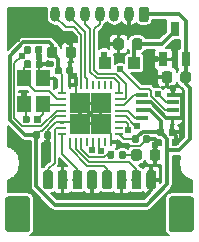
<source format=gtl>
G04 #@! TF.GenerationSoftware,KiCad,Pcbnew,(5.0.1-3-g963ef8bb5)*
G04 #@! TF.CreationDate,2018-10-28T18:09:26+01:00*
G04 #@! TF.ProjectId,can-io-board,63616E2D696F2D626F6172642E6B6963,rev?*
G04 #@! TF.SameCoordinates,Original*
G04 #@! TF.FileFunction,Copper,L1,Top,Signal*
G04 #@! TF.FilePolarity,Positive*
%FSLAX46Y46*%
G04 Gerber Fmt 4.6, Leading zero omitted, Abs format (unit mm)*
G04 Created by KiCad (PCBNEW (5.0.1-3-g963ef8bb5)) date 2018 October 28, Sunday 18:09:26*
%MOMM*%
%LPD*%
G01*
G04 APERTURE LIST*
G04 #@! TA.AperFunction,Conductor*
%ADD10C,0.100000*%
G04 #@! TD*
G04 #@! TA.AperFunction,SMDPad,CuDef*
%ADD11C,0.800000*%
G04 #@! TD*
G04 #@! TA.AperFunction,SMDPad,CuDef*
%ADD12C,2.100000*%
G04 #@! TD*
G04 #@! TA.AperFunction,SMDPad,CuDef*
%ADD13R,0.700000X0.250000*%
G04 #@! TD*
G04 #@! TA.AperFunction,SMDPad,CuDef*
%ADD14R,0.250000X0.700000*%
G04 #@! TD*
G04 #@! TA.AperFunction,SMDPad,CuDef*
%ADD15R,1.725000X1.725000*%
G04 #@! TD*
G04 #@! TA.AperFunction,SMDPad,CuDef*
%ADD16R,0.800000X1.200000*%
G04 #@! TD*
G04 #@! TA.AperFunction,SMDPad,CuDef*
%ADD17R,1.000000X0.450000*%
G04 #@! TD*
G04 #@! TA.AperFunction,SMDPad,CuDef*
%ADD18C,0.875000*%
G04 #@! TD*
G04 #@! TA.AperFunction,SMDPad,CuDef*
%ADD19C,0.590000*%
G04 #@! TD*
G04 #@! TA.AperFunction,SMDPad,CuDef*
%ADD20R,1.150000X1.400000*%
G04 #@! TD*
G04 #@! TA.AperFunction,ComponentPad*
%ADD21C,0.800000*%
G04 #@! TD*
G04 #@! TA.AperFunction,ComponentPad*
%ADD22O,0.800000X1.300000*%
G04 #@! TD*
G04 #@! TA.AperFunction,SMDPad,CuDef*
%ADD23R,1.000000X1.000000*%
G04 #@! TD*
G04 #@! TA.AperFunction,ViaPad*
%ADD24C,0.610000*%
G04 #@! TD*
G04 #@! TA.AperFunction,Conductor*
%ADD25C,0.300000*%
G04 #@! TD*
G04 #@! TA.AperFunction,Conductor*
%ADD26C,0.200000*%
G04 #@! TD*
G04 #@! TA.AperFunction,Conductor*
%ADD27C,0.160000*%
G04 #@! TD*
G04 #@! TA.AperFunction,Conductor*
%ADD28C,0.170000*%
G04 #@! TD*
G04 APERTURE END LIST*
D10*
G04 #@! TO.N,/IO0_PA0*
G04 #@! TO.C,J2*
G36*
X87844603Y-78400963D02*
X87864018Y-78403843D01*
X87883057Y-78408612D01*
X87901537Y-78415224D01*
X87919279Y-78423616D01*
X87936114Y-78433706D01*
X87951879Y-78445398D01*
X87966421Y-78458579D01*
X87979602Y-78473121D01*
X87991294Y-78488886D01*
X88001384Y-78505721D01*
X88009776Y-78523463D01*
X88016388Y-78541943D01*
X88021157Y-78560982D01*
X88024037Y-78580397D01*
X88025000Y-78600000D01*
X88025000Y-79800000D01*
X88024037Y-79819603D01*
X88021157Y-79839018D01*
X88016388Y-79858057D01*
X88009776Y-79876537D01*
X88001384Y-79894279D01*
X87991294Y-79911114D01*
X87979602Y-79926879D01*
X87966421Y-79941421D01*
X87951879Y-79954602D01*
X87936114Y-79966294D01*
X87919279Y-79976384D01*
X87901537Y-79984776D01*
X87883057Y-79991388D01*
X87864018Y-79996157D01*
X87844603Y-79999037D01*
X87825000Y-80000000D01*
X87425000Y-80000000D01*
X87405397Y-79999037D01*
X87385982Y-79996157D01*
X87366943Y-79991388D01*
X87348463Y-79984776D01*
X87330721Y-79976384D01*
X87313886Y-79966294D01*
X87298121Y-79954602D01*
X87283579Y-79941421D01*
X87270398Y-79926879D01*
X87258706Y-79911114D01*
X87248616Y-79894279D01*
X87240224Y-79876537D01*
X87233612Y-79858057D01*
X87228843Y-79839018D01*
X87225963Y-79819603D01*
X87225000Y-79800000D01*
X87225000Y-78600000D01*
X87225963Y-78580397D01*
X87228843Y-78560982D01*
X87233612Y-78541943D01*
X87240224Y-78523463D01*
X87248616Y-78505721D01*
X87258706Y-78488886D01*
X87270398Y-78473121D01*
X87283579Y-78458579D01*
X87298121Y-78445398D01*
X87313886Y-78433706D01*
X87330721Y-78423616D01*
X87348463Y-78415224D01*
X87366943Y-78408612D01*
X87385982Y-78403843D01*
X87405397Y-78400963D01*
X87425000Y-78400000D01*
X87825000Y-78400000D01*
X87844603Y-78400963D01*
X87844603Y-78400963D01*
G37*
D11*
G04 #@! TD*
G04 #@! TO.P,J2,1*
G04 #@! TO.N,/IO0_PA0*
X87625000Y-79200000D03*
D10*
G04 #@! TO.N,GND*
G04 #@! TO.C,J2*
G36*
X89094603Y-78400963D02*
X89114018Y-78403843D01*
X89133057Y-78408612D01*
X89151537Y-78415224D01*
X89169279Y-78423616D01*
X89186114Y-78433706D01*
X89201879Y-78445398D01*
X89216421Y-78458579D01*
X89229602Y-78473121D01*
X89241294Y-78488886D01*
X89251384Y-78505721D01*
X89259776Y-78523463D01*
X89266388Y-78541943D01*
X89271157Y-78560982D01*
X89274037Y-78580397D01*
X89275000Y-78600000D01*
X89275000Y-79800000D01*
X89274037Y-79819603D01*
X89271157Y-79839018D01*
X89266388Y-79858057D01*
X89259776Y-79876537D01*
X89251384Y-79894279D01*
X89241294Y-79911114D01*
X89229602Y-79926879D01*
X89216421Y-79941421D01*
X89201879Y-79954602D01*
X89186114Y-79966294D01*
X89169279Y-79976384D01*
X89151537Y-79984776D01*
X89133057Y-79991388D01*
X89114018Y-79996157D01*
X89094603Y-79999037D01*
X89075000Y-80000000D01*
X88675000Y-80000000D01*
X88655397Y-79999037D01*
X88635982Y-79996157D01*
X88616943Y-79991388D01*
X88598463Y-79984776D01*
X88580721Y-79976384D01*
X88563886Y-79966294D01*
X88548121Y-79954602D01*
X88533579Y-79941421D01*
X88520398Y-79926879D01*
X88508706Y-79911114D01*
X88498616Y-79894279D01*
X88490224Y-79876537D01*
X88483612Y-79858057D01*
X88478843Y-79839018D01*
X88475963Y-79819603D01*
X88475000Y-79800000D01*
X88475000Y-78600000D01*
X88475963Y-78580397D01*
X88478843Y-78560982D01*
X88483612Y-78541943D01*
X88490224Y-78523463D01*
X88498616Y-78505721D01*
X88508706Y-78488886D01*
X88520398Y-78473121D01*
X88533579Y-78458579D01*
X88548121Y-78445398D01*
X88563886Y-78433706D01*
X88580721Y-78423616D01*
X88598463Y-78415224D01*
X88616943Y-78408612D01*
X88635982Y-78403843D01*
X88655397Y-78400963D01*
X88675000Y-78400000D01*
X89075000Y-78400000D01*
X89094603Y-78400963D01*
X89094603Y-78400963D01*
G37*
D11*
G04 #@! TD*
G04 #@! TO.P,J2,2*
G04 #@! TO.N,GND*
X88875000Y-79200000D03*
D10*
G04 #@! TO.N,/IO1_PA1*
G04 #@! TO.C,J2*
G36*
X90344603Y-78400963D02*
X90364018Y-78403843D01*
X90383057Y-78408612D01*
X90401537Y-78415224D01*
X90419279Y-78423616D01*
X90436114Y-78433706D01*
X90451879Y-78445398D01*
X90466421Y-78458579D01*
X90479602Y-78473121D01*
X90491294Y-78488886D01*
X90501384Y-78505721D01*
X90509776Y-78523463D01*
X90516388Y-78541943D01*
X90521157Y-78560982D01*
X90524037Y-78580397D01*
X90525000Y-78600000D01*
X90525000Y-79800000D01*
X90524037Y-79819603D01*
X90521157Y-79839018D01*
X90516388Y-79858057D01*
X90509776Y-79876537D01*
X90501384Y-79894279D01*
X90491294Y-79911114D01*
X90479602Y-79926879D01*
X90466421Y-79941421D01*
X90451879Y-79954602D01*
X90436114Y-79966294D01*
X90419279Y-79976384D01*
X90401537Y-79984776D01*
X90383057Y-79991388D01*
X90364018Y-79996157D01*
X90344603Y-79999037D01*
X90325000Y-80000000D01*
X89925000Y-80000000D01*
X89905397Y-79999037D01*
X89885982Y-79996157D01*
X89866943Y-79991388D01*
X89848463Y-79984776D01*
X89830721Y-79976384D01*
X89813886Y-79966294D01*
X89798121Y-79954602D01*
X89783579Y-79941421D01*
X89770398Y-79926879D01*
X89758706Y-79911114D01*
X89748616Y-79894279D01*
X89740224Y-79876537D01*
X89733612Y-79858057D01*
X89728843Y-79839018D01*
X89725963Y-79819603D01*
X89725000Y-79800000D01*
X89725000Y-78600000D01*
X89725963Y-78580397D01*
X89728843Y-78560982D01*
X89733612Y-78541943D01*
X89740224Y-78523463D01*
X89748616Y-78505721D01*
X89758706Y-78488886D01*
X89770398Y-78473121D01*
X89783579Y-78458579D01*
X89798121Y-78445398D01*
X89813886Y-78433706D01*
X89830721Y-78423616D01*
X89848463Y-78415224D01*
X89866943Y-78408612D01*
X89885982Y-78403843D01*
X89905397Y-78400963D01*
X89925000Y-78400000D01*
X90325000Y-78400000D01*
X90344603Y-78400963D01*
X90344603Y-78400963D01*
G37*
D11*
G04 #@! TD*
G04 #@! TO.P,J2,3*
G04 #@! TO.N,/IO1_PA1*
X90125000Y-79200000D03*
D10*
G04 #@! TO.N,GND*
G04 #@! TO.C,J2*
G36*
X91594603Y-78400963D02*
X91614018Y-78403843D01*
X91633057Y-78408612D01*
X91651537Y-78415224D01*
X91669279Y-78423616D01*
X91686114Y-78433706D01*
X91701879Y-78445398D01*
X91716421Y-78458579D01*
X91729602Y-78473121D01*
X91741294Y-78488886D01*
X91751384Y-78505721D01*
X91759776Y-78523463D01*
X91766388Y-78541943D01*
X91771157Y-78560982D01*
X91774037Y-78580397D01*
X91775000Y-78600000D01*
X91775000Y-79800000D01*
X91774037Y-79819603D01*
X91771157Y-79839018D01*
X91766388Y-79858057D01*
X91759776Y-79876537D01*
X91751384Y-79894279D01*
X91741294Y-79911114D01*
X91729602Y-79926879D01*
X91716421Y-79941421D01*
X91701879Y-79954602D01*
X91686114Y-79966294D01*
X91669279Y-79976384D01*
X91651537Y-79984776D01*
X91633057Y-79991388D01*
X91614018Y-79996157D01*
X91594603Y-79999037D01*
X91575000Y-80000000D01*
X91175000Y-80000000D01*
X91155397Y-79999037D01*
X91135982Y-79996157D01*
X91116943Y-79991388D01*
X91098463Y-79984776D01*
X91080721Y-79976384D01*
X91063886Y-79966294D01*
X91048121Y-79954602D01*
X91033579Y-79941421D01*
X91020398Y-79926879D01*
X91008706Y-79911114D01*
X90998616Y-79894279D01*
X90990224Y-79876537D01*
X90983612Y-79858057D01*
X90978843Y-79839018D01*
X90975963Y-79819603D01*
X90975000Y-79800000D01*
X90975000Y-78600000D01*
X90975963Y-78580397D01*
X90978843Y-78560982D01*
X90983612Y-78541943D01*
X90990224Y-78523463D01*
X90998616Y-78505721D01*
X91008706Y-78488886D01*
X91020398Y-78473121D01*
X91033579Y-78458579D01*
X91048121Y-78445398D01*
X91063886Y-78433706D01*
X91080721Y-78423616D01*
X91098463Y-78415224D01*
X91116943Y-78408612D01*
X91135982Y-78403843D01*
X91155397Y-78400963D01*
X91175000Y-78400000D01*
X91575000Y-78400000D01*
X91594603Y-78400963D01*
X91594603Y-78400963D01*
G37*
D11*
G04 #@! TD*
G04 #@! TO.P,J2,4*
G04 #@! TO.N,GND*
X91375000Y-79200000D03*
D10*
G04 #@! TO.N,/IO2_PA2*
G04 #@! TO.C,J2*
G36*
X92844603Y-78400963D02*
X92864018Y-78403843D01*
X92883057Y-78408612D01*
X92901537Y-78415224D01*
X92919279Y-78423616D01*
X92936114Y-78433706D01*
X92951879Y-78445398D01*
X92966421Y-78458579D01*
X92979602Y-78473121D01*
X92991294Y-78488886D01*
X93001384Y-78505721D01*
X93009776Y-78523463D01*
X93016388Y-78541943D01*
X93021157Y-78560982D01*
X93024037Y-78580397D01*
X93025000Y-78600000D01*
X93025000Y-79800000D01*
X93024037Y-79819603D01*
X93021157Y-79839018D01*
X93016388Y-79858057D01*
X93009776Y-79876537D01*
X93001384Y-79894279D01*
X92991294Y-79911114D01*
X92979602Y-79926879D01*
X92966421Y-79941421D01*
X92951879Y-79954602D01*
X92936114Y-79966294D01*
X92919279Y-79976384D01*
X92901537Y-79984776D01*
X92883057Y-79991388D01*
X92864018Y-79996157D01*
X92844603Y-79999037D01*
X92825000Y-80000000D01*
X92425000Y-80000000D01*
X92405397Y-79999037D01*
X92385982Y-79996157D01*
X92366943Y-79991388D01*
X92348463Y-79984776D01*
X92330721Y-79976384D01*
X92313886Y-79966294D01*
X92298121Y-79954602D01*
X92283579Y-79941421D01*
X92270398Y-79926879D01*
X92258706Y-79911114D01*
X92248616Y-79894279D01*
X92240224Y-79876537D01*
X92233612Y-79858057D01*
X92228843Y-79839018D01*
X92225963Y-79819603D01*
X92225000Y-79800000D01*
X92225000Y-78600000D01*
X92225963Y-78580397D01*
X92228843Y-78560982D01*
X92233612Y-78541943D01*
X92240224Y-78523463D01*
X92248616Y-78505721D01*
X92258706Y-78488886D01*
X92270398Y-78473121D01*
X92283579Y-78458579D01*
X92298121Y-78445398D01*
X92313886Y-78433706D01*
X92330721Y-78423616D01*
X92348463Y-78415224D01*
X92366943Y-78408612D01*
X92385982Y-78403843D01*
X92405397Y-78400963D01*
X92425000Y-78400000D01*
X92825000Y-78400000D01*
X92844603Y-78400963D01*
X92844603Y-78400963D01*
G37*
D11*
G04 #@! TD*
G04 #@! TO.P,J2,5*
G04 #@! TO.N,/IO2_PA2*
X92625000Y-79200000D03*
D10*
G04 #@! TO.N,GND*
G04 #@! TO.C,J2*
G36*
X94094603Y-78400963D02*
X94114018Y-78403843D01*
X94133057Y-78408612D01*
X94151537Y-78415224D01*
X94169279Y-78423616D01*
X94186114Y-78433706D01*
X94201879Y-78445398D01*
X94216421Y-78458579D01*
X94229602Y-78473121D01*
X94241294Y-78488886D01*
X94251384Y-78505721D01*
X94259776Y-78523463D01*
X94266388Y-78541943D01*
X94271157Y-78560982D01*
X94274037Y-78580397D01*
X94275000Y-78600000D01*
X94275000Y-79800000D01*
X94274037Y-79819603D01*
X94271157Y-79839018D01*
X94266388Y-79858057D01*
X94259776Y-79876537D01*
X94251384Y-79894279D01*
X94241294Y-79911114D01*
X94229602Y-79926879D01*
X94216421Y-79941421D01*
X94201879Y-79954602D01*
X94186114Y-79966294D01*
X94169279Y-79976384D01*
X94151537Y-79984776D01*
X94133057Y-79991388D01*
X94114018Y-79996157D01*
X94094603Y-79999037D01*
X94075000Y-80000000D01*
X93675000Y-80000000D01*
X93655397Y-79999037D01*
X93635982Y-79996157D01*
X93616943Y-79991388D01*
X93598463Y-79984776D01*
X93580721Y-79976384D01*
X93563886Y-79966294D01*
X93548121Y-79954602D01*
X93533579Y-79941421D01*
X93520398Y-79926879D01*
X93508706Y-79911114D01*
X93498616Y-79894279D01*
X93490224Y-79876537D01*
X93483612Y-79858057D01*
X93478843Y-79839018D01*
X93475963Y-79819603D01*
X93475000Y-79800000D01*
X93475000Y-78600000D01*
X93475963Y-78580397D01*
X93478843Y-78560982D01*
X93483612Y-78541943D01*
X93490224Y-78523463D01*
X93498616Y-78505721D01*
X93508706Y-78488886D01*
X93520398Y-78473121D01*
X93533579Y-78458579D01*
X93548121Y-78445398D01*
X93563886Y-78433706D01*
X93580721Y-78423616D01*
X93598463Y-78415224D01*
X93616943Y-78408612D01*
X93635982Y-78403843D01*
X93655397Y-78400963D01*
X93675000Y-78400000D01*
X94075000Y-78400000D01*
X94094603Y-78400963D01*
X94094603Y-78400963D01*
G37*
D11*
G04 #@! TD*
G04 #@! TO.P,J2,6*
G04 #@! TO.N,GND*
X93875000Y-79200000D03*
D10*
G04 #@! TO.N,/IO3_PA3*
G04 #@! TO.C,J2*
G36*
X95344603Y-78400963D02*
X95364018Y-78403843D01*
X95383057Y-78408612D01*
X95401537Y-78415224D01*
X95419279Y-78423616D01*
X95436114Y-78433706D01*
X95451879Y-78445398D01*
X95466421Y-78458579D01*
X95479602Y-78473121D01*
X95491294Y-78488886D01*
X95501384Y-78505721D01*
X95509776Y-78523463D01*
X95516388Y-78541943D01*
X95521157Y-78560982D01*
X95524037Y-78580397D01*
X95525000Y-78600000D01*
X95525000Y-79800000D01*
X95524037Y-79819603D01*
X95521157Y-79839018D01*
X95516388Y-79858057D01*
X95509776Y-79876537D01*
X95501384Y-79894279D01*
X95491294Y-79911114D01*
X95479602Y-79926879D01*
X95466421Y-79941421D01*
X95451879Y-79954602D01*
X95436114Y-79966294D01*
X95419279Y-79976384D01*
X95401537Y-79984776D01*
X95383057Y-79991388D01*
X95364018Y-79996157D01*
X95344603Y-79999037D01*
X95325000Y-80000000D01*
X94925000Y-80000000D01*
X94905397Y-79999037D01*
X94885982Y-79996157D01*
X94866943Y-79991388D01*
X94848463Y-79984776D01*
X94830721Y-79976384D01*
X94813886Y-79966294D01*
X94798121Y-79954602D01*
X94783579Y-79941421D01*
X94770398Y-79926879D01*
X94758706Y-79911114D01*
X94748616Y-79894279D01*
X94740224Y-79876537D01*
X94733612Y-79858057D01*
X94728843Y-79839018D01*
X94725963Y-79819603D01*
X94725000Y-79800000D01*
X94725000Y-78600000D01*
X94725963Y-78580397D01*
X94728843Y-78560982D01*
X94733612Y-78541943D01*
X94740224Y-78523463D01*
X94748616Y-78505721D01*
X94758706Y-78488886D01*
X94770398Y-78473121D01*
X94783579Y-78458579D01*
X94798121Y-78445398D01*
X94813886Y-78433706D01*
X94830721Y-78423616D01*
X94848463Y-78415224D01*
X94866943Y-78408612D01*
X94885982Y-78403843D01*
X94905397Y-78400963D01*
X94925000Y-78400000D01*
X95325000Y-78400000D01*
X95344603Y-78400963D01*
X95344603Y-78400963D01*
G37*
D11*
G04 #@! TD*
G04 #@! TO.P,J2,7*
G04 #@! TO.N,/IO3_PA3*
X95125000Y-79200000D03*
D10*
G04 #@! TO.N,GND*
G04 #@! TO.C,J2*
G36*
X96594603Y-78400963D02*
X96614018Y-78403843D01*
X96633057Y-78408612D01*
X96651537Y-78415224D01*
X96669279Y-78423616D01*
X96686114Y-78433706D01*
X96701879Y-78445398D01*
X96716421Y-78458579D01*
X96729602Y-78473121D01*
X96741294Y-78488886D01*
X96751384Y-78505721D01*
X96759776Y-78523463D01*
X96766388Y-78541943D01*
X96771157Y-78560982D01*
X96774037Y-78580397D01*
X96775000Y-78600000D01*
X96775000Y-79800000D01*
X96774037Y-79819603D01*
X96771157Y-79839018D01*
X96766388Y-79858057D01*
X96759776Y-79876537D01*
X96751384Y-79894279D01*
X96741294Y-79911114D01*
X96729602Y-79926879D01*
X96716421Y-79941421D01*
X96701879Y-79954602D01*
X96686114Y-79966294D01*
X96669279Y-79976384D01*
X96651537Y-79984776D01*
X96633057Y-79991388D01*
X96614018Y-79996157D01*
X96594603Y-79999037D01*
X96575000Y-80000000D01*
X96175000Y-80000000D01*
X96155397Y-79999037D01*
X96135982Y-79996157D01*
X96116943Y-79991388D01*
X96098463Y-79984776D01*
X96080721Y-79976384D01*
X96063886Y-79966294D01*
X96048121Y-79954602D01*
X96033579Y-79941421D01*
X96020398Y-79926879D01*
X96008706Y-79911114D01*
X95998616Y-79894279D01*
X95990224Y-79876537D01*
X95983612Y-79858057D01*
X95978843Y-79839018D01*
X95975963Y-79819603D01*
X95975000Y-79800000D01*
X95975000Y-78600000D01*
X95975963Y-78580397D01*
X95978843Y-78560982D01*
X95983612Y-78541943D01*
X95990224Y-78523463D01*
X95998616Y-78505721D01*
X96008706Y-78488886D01*
X96020398Y-78473121D01*
X96033579Y-78458579D01*
X96048121Y-78445398D01*
X96063886Y-78433706D01*
X96080721Y-78423616D01*
X96098463Y-78415224D01*
X96116943Y-78408612D01*
X96135982Y-78403843D01*
X96155397Y-78400963D01*
X96175000Y-78400000D01*
X96575000Y-78400000D01*
X96594603Y-78400963D01*
X96594603Y-78400963D01*
G37*
D11*
G04 #@! TD*
G04 #@! TO.P,J2,8*
G04 #@! TO.N,GND*
X96375000Y-79200000D03*
D10*
G04 #@! TO.N,N/C*
G04 #@! TO.C,J2*
G36*
X85899504Y-80601204D02*
X85923773Y-80604804D01*
X85947571Y-80610765D01*
X85970671Y-80619030D01*
X85992849Y-80629520D01*
X86013893Y-80642133D01*
X86033598Y-80656747D01*
X86051777Y-80673223D01*
X86068253Y-80691402D01*
X86082867Y-80711107D01*
X86095480Y-80732151D01*
X86105970Y-80754329D01*
X86114235Y-80777429D01*
X86120196Y-80801227D01*
X86123796Y-80825496D01*
X86125000Y-80850000D01*
X86125000Y-83350000D01*
X86123796Y-83374504D01*
X86120196Y-83398773D01*
X86114235Y-83422571D01*
X86105970Y-83445671D01*
X86095480Y-83467849D01*
X86082867Y-83488893D01*
X86068253Y-83508598D01*
X86051777Y-83526777D01*
X86033598Y-83543253D01*
X86013893Y-83557867D01*
X85992849Y-83570480D01*
X85970671Y-83580970D01*
X85947571Y-83589235D01*
X85923773Y-83595196D01*
X85899504Y-83598796D01*
X85875000Y-83600000D01*
X84275000Y-83600000D01*
X84250496Y-83598796D01*
X84226227Y-83595196D01*
X84202429Y-83589235D01*
X84179329Y-83580970D01*
X84157151Y-83570480D01*
X84136107Y-83557867D01*
X84116402Y-83543253D01*
X84098223Y-83526777D01*
X84081747Y-83508598D01*
X84067133Y-83488893D01*
X84054520Y-83467849D01*
X84044030Y-83445671D01*
X84035765Y-83422571D01*
X84029804Y-83398773D01*
X84026204Y-83374504D01*
X84025000Y-83350000D01*
X84025000Y-80850000D01*
X84026204Y-80825496D01*
X84029804Y-80801227D01*
X84035765Y-80777429D01*
X84044030Y-80754329D01*
X84054520Y-80732151D01*
X84067133Y-80711107D01*
X84081747Y-80691402D01*
X84098223Y-80673223D01*
X84116402Y-80656747D01*
X84136107Y-80642133D01*
X84157151Y-80629520D01*
X84179329Y-80619030D01*
X84202429Y-80610765D01*
X84226227Y-80604804D01*
X84250496Y-80601204D01*
X84275000Y-80600000D01*
X85875000Y-80600000D01*
X85899504Y-80601204D01*
X85899504Y-80601204D01*
G37*
D12*
G04 #@! TD*
G04 #@! TO.P,J2,MP*
G04 #@! TO.N,N/C*
X85075000Y-82100000D03*
D10*
G04 #@! TO.N,N/C*
G04 #@! TO.C,J2*
G36*
X99749504Y-80601204D02*
X99773773Y-80604804D01*
X99797571Y-80610765D01*
X99820671Y-80619030D01*
X99842849Y-80629520D01*
X99863893Y-80642133D01*
X99883598Y-80656747D01*
X99901777Y-80673223D01*
X99918253Y-80691402D01*
X99932867Y-80711107D01*
X99945480Y-80732151D01*
X99955970Y-80754329D01*
X99964235Y-80777429D01*
X99970196Y-80801227D01*
X99973796Y-80825496D01*
X99975000Y-80850000D01*
X99975000Y-83350000D01*
X99973796Y-83374504D01*
X99970196Y-83398773D01*
X99964235Y-83422571D01*
X99955970Y-83445671D01*
X99945480Y-83467849D01*
X99932867Y-83488893D01*
X99918253Y-83508598D01*
X99901777Y-83526777D01*
X99883598Y-83543253D01*
X99863893Y-83557867D01*
X99842849Y-83570480D01*
X99820671Y-83580970D01*
X99797571Y-83589235D01*
X99773773Y-83595196D01*
X99749504Y-83598796D01*
X99725000Y-83600000D01*
X98125000Y-83600000D01*
X98100496Y-83598796D01*
X98076227Y-83595196D01*
X98052429Y-83589235D01*
X98029329Y-83580970D01*
X98007151Y-83570480D01*
X97986107Y-83557867D01*
X97966402Y-83543253D01*
X97948223Y-83526777D01*
X97931747Y-83508598D01*
X97917133Y-83488893D01*
X97904520Y-83467849D01*
X97894030Y-83445671D01*
X97885765Y-83422571D01*
X97879804Y-83398773D01*
X97876204Y-83374504D01*
X97875000Y-83350000D01*
X97875000Y-80850000D01*
X97876204Y-80825496D01*
X97879804Y-80801227D01*
X97885765Y-80777429D01*
X97894030Y-80754329D01*
X97904520Y-80732151D01*
X97917133Y-80711107D01*
X97931747Y-80691402D01*
X97948223Y-80673223D01*
X97966402Y-80656747D01*
X97986107Y-80642133D01*
X98007151Y-80629520D01*
X98029329Y-80619030D01*
X98052429Y-80610765D01*
X98076227Y-80604804D01*
X98100496Y-80601204D01*
X98125000Y-80600000D01*
X99725000Y-80600000D01*
X99749504Y-80601204D01*
X99749504Y-80601204D01*
G37*
D12*
G04 #@! TD*
G04 #@! TO.P,J2,MP*
G04 #@! TO.N,N/C*
X98925000Y-82100000D03*
D13*
G04 #@! TO.P,U1,1*
G04 #@! TO.N,VCC*
X88820000Y-71830000D03*
G04 #@! TO.P,U1,2*
G04 #@! TO.N,Net-(C7-Pad1)*
X88820000Y-72330000D03*
G04 #@! TO.P,U1,3*
G04 #@! TO.N,Net-(C6-Pad1)*
X88820000Y-72830000D03*
G04 #@! TO.P,U1,4*
G04 #@! TO.N,/RST*
X88820000Y-73330000D03*
G04 #@! TO.P,U1,5*
G04 #@! TO.N,VCC*
X88820000Y-73830000D03*
G04 #@! TO.P,U1,6*
G04 #@! TO.N,GND*
X88820000Y-74330000D03*
G04 #@! TO.P,U1,7*
G04 #@! TO.N,/IO0_PA0*
X88820000Y-74830000D03*
G04 #@! TO.P,U1,8*
G04 #@! TO.N,/IO1_PA1*
X88820000Y-75330000D03*
D14*
G04 #@! TO.P,U1,9*
G04 #@! TO.N,/IO2_PA2*
X89470000Y-75980000D03*
G04 #@! TO.P,U1,10*
G04 #@! TO.N,/IO3_PA3*
X89970000Y-75980000D03*
G04 #@! TO.P,U1,11*
G04 #@! TO.N,/LED*
X90470000Y-75980000D03*
G04 #@! TO.P,U1,12*
G04 #@! TO.N,N/C*
X90970000Y-75980000D03*
G04 #@! TO.P,U1,13*
G04 #@! TO.N,/PWM0_PA6_TIM16_CH1*
X91470000Y-75980000D03*
G04 #@! TO.P,U1,14*
G04 #@! TO.N,/PWM1_PA7_TIM17_CH1*
X91970000Y-75980000D03*
G04 #@! TO.P,U1,15*
G04 #@! TO.N,N/C*
X92470000Y-75980000D03*
G04 #@! TO.P,U1,16*
G04 #@! TO.N,GND*
X92970000Y-75980000D03*
D13*
G04 #@! TO.P,U1,17*
G04 #@! TO.N,VCC*
X93620000Y-75330000D03*
G04 #@! TO.P,U1,18*
G04 #@! TO.N,N/C*
X93620000Y-74830000D03*
G04 #@! TO.P,U1,19*
G04 #@! TO.N,/PWM2_PA9_TIM1_CH2*
X93620000Y-74330000D03*
G04 #@! TO.P,U1,20*
G04 #@! TO.N,/PWM3_PA10_TIM1_CH3*
X93620000Y-73830000D03*
G04 #@! TO.P,U1,21*
G04 #@! TO.N,/CAN_RX*
X93620000Y-73330000D03*
G04 #@! TO.P,U1,22*
G04 #@! TO.N,/CAN_TX*
X93620000Y-72830000D03*
G04 #@! TO.P,U1,23*
G04 #@! TO.N,/SWIO*
X93620000Y-72330000D03*
G04 #@! TO.P,U1,24*
G04 #@! TO.N,/SWCK*
X93620000Y-71830000D03*
D14*
G04 #@! TO.P,U1,25*
G04 #@! TO.N,N/C*
X92970000Y-71180000D03*
G04 #@! TO.P,U1,26*
X92470000Y-71180000D03*
G04 #@! TO.P,U1,27*
X91970000Y-71180000D03*
G04 #@! TO.P,U1,28*
X91470000Y-71180000D03*
G04 #@! TO.P,U1,29*
G04 #@! TO.N,/IO_PB6_I2C1SCL_UART1TX*
X90970000Y-71180000D03*
G04 #@! TO.P,U1,30*
G04 #@! TO.N,/IO_PB7_I2C1SDA_UART1RX*
X90470000Y-71180000D03*
G04 #@! TO.P,U1,31*
G04 #@! TO.N,GND*
X89970000Y-71180000D03*
G04 #@! TO.P,U1,32*
X89470000Y-71180000D03*
D15*
G04 #@! TO.P,U1,33*
X92082500Y-74442500D03*
X92082500Y-72717500D03*
X90357500Y-74442500D03*
X90357500Y-72717500D03*
G04 #@! TD*
D16*
G04 #@! TO.P,U2,3*
G04 #@! TO.N,Net-(C9-Pad1)*
X98350000Y-66400000D03*
G04 #@! TO.P,U2,2*
G04 #@! TO.N,VCC*
X99300000Y-69000000D03*
G04 #@! TO.P,U2,1*
G04 #@! TO.N,GND*
X97400000Y-69000000D03*
G04 #@! TD*
D17*
G04 #@! TO.P,U3,8*
G04 #@! TO.N,GND*
X98180000Y-71990000D03*
G04 #@! TO.P,U3,7*
G04 #@! TO.N,Net-(CONN2-Pad3)*
X98180000Y-72640000D03*
G04 #@! TO.P,U3,6*
G04 #@! TO.N,Net-(CONN2-Pad4)*
X98180000Y-73290000D03*
G04 #@! TO.P,U3,5*
G04 #@! TO.N,GND*
X98180000Y-73940000D03*
G04 #@! TO.P,U3,4*
G04 #@! TO.N,/CAN_RX*
X95580000Y-73940000D03*
G04 #@! TO.P,U3,3*
G04 #@! TO.N,VCC*
X95580000Y-73290000D03*
G04 #@! TO.P,U3,2*
G04 #@! TO.N,GND*
X95580000Y-72640000D03*
G04 #@! TO.P,U3,1*
G04 #@! TO.N,/CAN_TX*
X95580000Y-71990000D03*
G04 #@! TD*
D10*
G04 #@! TO.N,VCC*
G04 #@! TO.C,C1*
G36*
X88232691Y-67926053D02*
X88253926Y-67929203D01*
X88274750Y-67934419D01*
X88294962Y-67941651D01*
X88314368Y-67950830D01*
X88332781Y-67961866D01*
X88350024Y-67974654D01*
X88365930Y-67989070D01*
X88380346Y-68004976D01*
X88393134Y-68022219D01*
X88404170Y-68040632D01*
X88413349Y-68060038D01*
X88420581Y-68080250D01*
X88425797Y-68101074D01*
X88428947Y-68122309D01*
X88430000Y-68143750D01*
X88430000Y-68656250D01*
X88428947Y-68677691D01*
X88425797Y-68698926D01*
X88420581Y-68719750D01*
X88413349Y-68739962D01*
X88404170Y-68759368D01*
X88393134Y-68777781D01*
X88380346Y-68795024D01*
X88365930Y-68810930D01*
X88350024Y-68825346D01*
X88332781Y-68838134D01*
X88314368Y-68849170D01*
X88294962Y-68858349D01*
X88274750Y-68865581D01*
X88253926Y-68870797D01*
X88232691Y-68873947D01*
X88211250Y-68875000D01*
X87773750Y-68875000D01*
X87752309Y-68873947D01*
X87731074Y-68870797D01*
X87710250Y-68865581D01*
X87690038Y-68858349D01*
X87670632Y-68849170D01*
X87652219Y-68838134D01*
X87634976Y-68825346D01*
X87619070Y-68810930D01*
X87604654Y-68795024D01*
X87591866Y-68777781D01*
X87580830Y-68759368D01*
X87571651Y-68739962D01*
X87564419Y-68719750D01*
X87559203Y-68698926D01*
X87556053Y-68677691D01*
X87555000Y-68656250D01*
X87555000Y-68143750D01*
X87556053Y-68122309D01*
X87559203Y-68101074D01*
X87564419Y-68080250D01*
X87571651Y-68060038D01*
X87580830Y-68040632D01*
X87591866Y-68022219D01*
X87604654Y-68004976D01*
X87619070Y-67989070D01*
X87634976Y-67974654D01*
X87652219Y-67961866D01*
X87670632Y-67950830D01*
X87690038Y-67941651D01*
X87710250Y-67934419D01*
X87731074Y-67929203D01*
X87752309Y-67926053D01*
X87773750Y-67925000D01*
X88211250Y-67925000D01*
X88232691Y-67926053D01*
X88232691Y-67926053D01*
G37*
D18*
G04 #@! TD*
G04 #@! TO.P,C1,1*
G04 #@! TO.N,VCC*
X87992500Y-68400000D03*
D10*
G04 #@! TO.N,GND*
G04 #@! TO.C,C1*
G36*
X89807691Y-67926053D02*
X89828926Y-67929203D01*
X89849750Y-67934419D01*
X89869962Y-67941651D01*
X89889368Y-67950830D01*
X89907781Y-67961866D01*
X89925024Y-67974654D01*
X89940930Y-67989070D01*
X89955346Y-68004976D01*
X89968134Y-68022219D01*
X89979170Y-68040632D01*
X89988349Y-68060038D01*
X89995581Y-68080250D01*
X90000797Y-68101074D01*
X90003947Y-68122309D01*
X90005000Y-68143750D01*
X90005000Y-68656250D01*
X90003947Y-68677691D01*
X90000797Y-68698926D01*
X89995581Y-68719750D01*
X89988349Y-68739962D01*
X89979170Y-68759368D01*
X89968134Y-68777781D01*
X89955346Y-68795024D01*
X89940930Y-68810930D01*
X89925024Y-68825346D01*
X89907781Y-68838134D01*
X89889368Y-68849170D01*
X89869962Y-68858349D01*
X89849750Y-68865581D01*
X89828926Y-68870797D01*
X89807691Y-68873947D01*
X89786250Y-68875000D01*
X89348750Y-68875000D01*
X89327309Y-68873947D01*
X89306074Y-68870797D01*
X89285250Y-68865581D01*
X89265038Y-68858349D01*
X89245632Y-68849170D01*
X89227219Y-68838134D01*
X89209976Y-68825346D01*
X89194070Y-68810930D01*
X89179654Y-68795024D01*
X89166866Y-68777781D01*
X89155830Y-68759368D01*
X89146651Y-68739962D01*
X89139419Y-68719750D01*
X89134203Y-68698926D01*
X89131053Y-68677691D01*
X89130000Y-68656250D01*
X89130000Y-68143750D01*
X89131053Y-68122309D01*
X89134203Y-68101074D01*
X89139419Y-68080250D01*
X89146651Y-68060038D01*
X89155830Y-68040632D01*
X89166866Y-68022219D01*
X89179654Y-68004976D01*
X89194070Y-67989070D01*
X89209976Y-67974654D01*
X89227219Y-67961866D01*
X89245632Y-67950830D01*
X89265038Y-67941651D01*
X89285250Y-67934419D01*
X89306074Y-67929203D01*
X89327309Y-67926053D01*
X89348750Y-67925000D01*
X89786250Y-67925000D01*
X89807691Y-67926053D01*
X89807691Y-67926053D01*
G37*
D18*
G04 #@! TD*
G04 #@! TO.P,C1,2*
G04 #@! TO.N,GND*
X89567500Y-68400000D03*
D10*
G04 #@! TO.N,GND*
G04 #@! TO.C,C2*
G36*
X96156958Y-75420710D02*
X96171276Y-75422834D01*
X96185317Y-75426351D01*
X96198946Y-75431228D01*
X96212031Y-75437417D01*
X96224447Y-75444858D01*
X96236073Y-75453481D01*
X96246798Y-75463202D01*
X96256519Y-75473927D01*
X96265142Y-75485553D01*
X96272583Y-75497969D01*
X96278772Y-75511054D01*
X96283649Y-75524683D01*
X96287166Y-75538724D01*
X96289290Y-75553042D01*
X96290000Y-75567500D01*
X96290000Y-75912500D01*
X96289290Y-75926958D01*
X96287166Y-75941276D01*
X96283649Y-75955317D01*
X96278772Y-75968946D01*
X96272583Y-75982031D01*
X96265142Y-75994447D01*
X96256519Y-76006073D01*
X96246798Y-76016798D01*
X96236073Y-76026519D01*
X96224447Y-76035142D01*
X96212031Y-76042583D01*
X96198946Y-76048772D01*
X96185317Y-76053649D01*
X96171276Y-76057166D01*
X96156958Y-76059290D01*
X96142500Y-76060000D01*
X95847500Y-76060000D01*
X95833042Y-76059290D01*
X95818724Y-76057166D01*
X95804683Y-76053649D01*
X95791054Y-76048772D01*
X95777969Y-76042583D01*
X95765553Y-76035142D01*
X95753927Y-76026519D01*
X95743202Y-76016798D01*
X95733481Y-76006073D01*
X95724858Y-75994447D01*
X95717417Y-75982031D01*
X95711228Y-75968946D01*
X95706351Y-75955317D01*
X95702834Y-75941276D01*
X95700710Y-75926958D01*
X95700000Y-75912500D01*
X95700000Y-75567500D01*
X95700710Y-75553042D01*
X95702834Y-75538724D01*
X95706351Y-75524683D01*
X95711228Y-75511054D01*
X95717417Y-75497969D01*
X95724858Y-75485553D01*
X95733481Y-75473927D01*
X95743202Y-75463202D01*
X95753927Y-75453481D01*
X95765553Y-75444858D01*
X95777969Y-75437417D01*
X95791054Y-75431228D01*
X95804683Y-75426351D01*
X95818724Y-75422834D01*
X95833042Y-75420710D01*
X95847500Y-75420000D01*
X96142500Y-75420000D01*
X96156958Y-75420710D01*
X96156958Y-75420710D01*
G37*
D19*
G04 #@! TD*
G04 #@! TO.P,C2,2*
G04 #@! TO.N,GND*
X95995000Y-75740000D03*
D10*
G04 #@! TO.N,VCC*
G04 #@! TO.C,C2*
G36*
X95186958Y-75420710D02*
X95201276Y-75422834D01*
X95215317Y-75426351D01*
X95228946Y-75431228D01*
X95242031Y-75437417D01*
X95254447Y-75444858D01*
X95266073Y-75453481D01*
X95276798Y-75463202D01*
X95286519Y-75473927D01*
X95295142Y-75485553D01*
X95302583Y-75497969D01*
X95308772Y-75511054D01*
X95313649Y-75524683D01*
X95317166Y-75538724D01*
X95319290Y-75553042D01*
X95320000Y-75567500D01*
X95320000Y-75912500D01*
X95319290Y-75926958D01*
X95317166Y-75941276D01*
X95313649Y-75955317D01*
X95308772Y-75968946D01*
X95302583Y-75982031D01*
X95295142Y-75994447D01*
X95286519Y-76006073D01*
X95276798Y-76016798D01*
X95266073Y-76026519D01*
X95254447Y-76035142D01*
X95242031Y-76042583D01*
X95228946Y-76048772D01*
X95215317Y-76053649D01*
X95201276Y-76057166D01*
X95186958Y-76059290D01*
X95172500Y-76060000D01*
X94877500Y-76060000D01*
X94863042Y-76059290D01*
X94848724Y-76057166D01*
X94834683Y-76053649D01*
X94821054Y-76048772D01*
X94807969Y-76042583D01*
X94795553Y-76035142D01*
X94783927Y-76026519D01*
X94773202Y-76016798D01*
X94763481Y-76006073D01*
X94754858Y-75994447D01*
X94747417Y-75982031D01*
X94741228Y-75968946D01*
X94736351Y-75955317D01*
X94732834Y-75941276D01*
X94730710Y-75926958D01*
X94730000Y-75912500D01*
X94730000Y-75567500D01*
X94730710Y-75553042D01*
X94732834Y-75538724D01*
X94736351Y-75524683D01*
X94741228Y-75511054D01*
X94747417Y-75497969D01*
X94754858Y-75485553D01*
X94763481Y-75473927D01*
X94773202Y-75463202D01*
X94783927Y-75453481D01*
X94795553Y-75444858D01*
X94807969Y-75437417D01*
X94821054Y-75431228D01*
X94834683Y-75426351D01*
X94848724Y-75422834D01*
X94863042Y-75420710D01*
X94877500Y-75420000D01*
X95172500Y-75420000D01*
X95186958Y-75420710D01*
X95186958Y-75420710D01*
G37*
D19*
G04 #@! TD*
G04 #@! TO.P,C2,1*
G04 #@! TO.N,VCC*
X95025000Y-75740000D03*
D10*
G04 #@! TO.N,VCC*
G04 #@! TO.C,C3*
G36*
X86816958Y-75090710D02*
X86831276Y-75092834D01*
X86845317Y-75096351D01*
X86858946Y-75101228D01*
X86872031Y-75107417D01*
X86884447Y-75114858D01*
X86896073Y-75123481D01*
X86906798Y-75133202D01*
X86916519Y-75143927D01*
X86925142Y-75155553D01*
X86932583Y-75167969D01*
X86938772Y-75181054D01*
X86943649Y-75194683D01*
X86947166Y-75208724D01*
X86949290Y-75223042D01*
X86950000Y-75237500D01*
X86950000Y-75582500D01*
X86949290Y-75596958D01*
X86947166Y-75611276D01*
X86943649Y-75625317D01*
X86938772Y-75638946D01*
X86932583Y-75652031D01*
X86925142Y-75664447D01*
X86916519Y-75676073D01*
X86906798Y-75686798D01*
X86896073Y-75696519D01*
X86884447Y-75705142D01*
X86872031Y-75712583D01*
X86858946Y-75718772D01*
X86845317Y-75723649D01*
X86831276Y-75727166D01*
X86816958Y-75729290D01*
X86802500Y-75730000D01*
X86507500Y-75730000D01*
X86493042Y-75729290D01*
X86478724Y-75727166D01*
X86464683Y-75723649D01*
X86451054Y-75718772D01*
X86437969Y-75712583D01*
X86425553Y-75705142D01*
X86413927Y-75696519D01*
X86403202Y-75686798D01*
X86393481Y-75676073D01*
X86384858Y-75664447D01*
X86377417Y-75652031D01*
X86371228Y-75638946D01*
X86366351Y-75625317D01*
X86362834Y-75611276D01*
X86360710Y-75596958D01*
X86360000Y-75582500D01*
X86360000Y-75237500D01*
X86360710Y-75223042D01*
X86362834Y-75208724D01*
X86366351Y-75194683D01*
X86371228Y-75181054D01*
X86377417Y-75167969D01*
X86384858Y-75155553D01*
X86393481Y-75143927D01*
X86403202Y-75133202D01*
X86413927Y-75123481D01*
X86425553Y-75114858D01*
X86437969Y-75107417D01*
X86451054Y-75101228D01*
X86464683Y-75096351D01*
X86478724Y-75092834D01*
X86493042Y-75090710D01*
X86507500Y-75090000D01*
X86802500Y-75090000D01*
X86816958Y-75090710D01*
X86816958Y-75090710D01*
G37*
D19*
G04 #@! TD*
G04 #@! TO.P,C3,1*
G04 #@! TO.N,VCC*
X86655000Y-75410000D03*
D10*
G04 #@! TO.N,GND*
G04 #@! TO.C,C3*
G36*
X87786958Y-75090710D02*
X87801276Y-75092834D01*
X87815317Y-75096351D01*
X87828946Y-75101228D01*
X87842031Y-75107417D01*
X87854447Y-75114858D01*
X87866073Y-75123481D01*
X87876798Y-75133202D01*
X87886519Y-75143927D01*
X87895142Y-75155553D01*
X87902583Y-75167969D01*
X87908772Y-75181054D01*
X87913649Y-75194683D01*
X87917166Y-75208724D01*
X87919290Y-75223042D01*
X87920000Y-75237500D01*
X87920000Y-75582500D01*
X87919290Y-75596958D01*
X87917166Y-75611276D01*
X87913649Y-75625317D01*
X87908772Y-75638946D01*
X87902583Y-75652031D01*
X87895142Y-75664447D01*
X87886519Y-75676073D01*
X87876798Y-75686798D01*
X87866073Y-75696519D01*
X87854447Y-75705142D01*
X87842031Y-75712583D01*
X87828946Y-75718772D01*
X87815317Y-75723649D01*
X87801276Y-75727166D01*
X87786958Y-75729290D01*
X87772500Y-75730000D01*
X87477500Y-75730000D01*
X87463042Y-75729290D01*
X87448724Y-75727166D01*
X87434683Y-75723649D01*
X87421054Y-75718772D01*
X87407969Y-75712583D01*
X87395553Y-75705142D01*
X87383927Y-75696519D01*
X87373202Y-75686798D01*
X87363481Y-75676073D01*
X87354858Y-75664447D01*
X87347417Y-75652031D01*
X87341228Y-75638946D01*
X87336351Y-75625317D01*
X87332834Y-75611276D01*
X87330710Y-75596958D01*
X87330000Y-75582500D01*
X87330000Y-75237500D01*
X87330710Y-75223042D01*
X87332834Y-75208724D01*
X87336351Y-75194683D01*
X87341228Y-75181054D01*
X87347417Y-75167969D01*
X87354858Y-75155553D01*
X87363481Y-75143927D01*
X87373202Y-75133202D01*
X87383927Y-75123481D01*
X87395553Y-75114858D01*
X87407969Y-75107417D01*
X87421054Y-75101228D01*
X87434683Y-75096351D01*
X87448724Y-75092834D01*
X87463042Y-75090710D01*
X87477500Y-75090000D01*
X87772500Y-75090000D01*
X87786958Y-75090710D01*
X87786958Y-75090710D01*
G37*
D19*
G04 #@! TD*
G04 #@! TO.P,C3,2*
G04 #@! TO.N,GND*
X87625000Y-75410000D03*
D10*
G04 #@! TO.N,/RST*
G04 #@! TO.C,C4*
G36*
X86056958Y-67870710D02*
X86071276Y-67872834D01*
X86085317Y-67876351D01*
X86098946Y-67881228D01*
X86112031Y-67887417D01*
X86124447Y-67894858D01*
X86136073Y-67903481D01*
X86146798Y-67913202D01*
X86156519Y-67923927D01*
X86165142Y-67935553D01*
X86172583Y-67947969D01*
X86178772Y-67961054D01*
X86183649Y-67974683D01*
X86187166Y-67988724D01*
X86189290Y-68003042D01*
X86190000Y-68017500D01*
X86190000Y-68362500D01*
X86189290Y-68376958D01*
X86187166Y-68391276D01*
X86183649Y-68405317D01*
X86178772Y-68418946D01*
X86172583Y-68432031D01*
X86165142Y-68444447D01*
X86156519Y-68456073D01*
X86146798Y-68466798D01*
X86136073Y-68476519D01*
X86124447Y-68485142D01*
X86112031Y-68492583D01*
X86098946Y-68498772D01*
X86085317Y-68503649D01*
X86071276Y-68507166D01*
X86056958Y-68509290D01*
X86042500Y-68510000D01*
X85747500Y-68510000D01*
X85733042Y-68509290D01*
X85718724Y-68507166D01*
X85704683Y-68503649D01*
X85691054Y-68498772D01*
X85677969Y-68492583D01*
X85665553Y-68485142D01*
X85653927Y-68476519D01*
X85643202Y-68466798D01*
X85633481Y-68456073D01*
X85624858Y-68444447D01*
X85617417Y-68432031D01*
X85611228Y-68418946D01*
X85606351Y-68405317D01*
X85602834Y-68391276D01*
X85600710Y-68376958D01*
X85600000Y-68362500D01*
X85600000Y-68017500D01*
X85600710Y-68003042D01*
X85602834Y-67988724D01*
X85606351Y-67974683D01*
X85611228Y-67961054D01*
X85617417Y-67947969D01*
X85624858Y-67935553D01*
X85633481Y-67923927D01*
X85643202Y-67913202D01*
X85653927Y-67903481D01*
X85665553Y-67894858D01*
X85677969Y-67887417D01*
X85691054Y-67881228D01*
X85704683Y-67876351D01*
X85718724Y-67872834D01*
X85733042Y-67870710D01*
X85747500Y-67870000D01*
X86042500Y-67870000D01*
X86056958Y-67870710D01*
X86056958Y-67870710D01*
G37*
D19*
G04 #@! TD*
G04 #@! TO.P,C4,1*
G04 #@! TO.N,/RST*
X85895000Y-68190000D03*
D10*
G04 #@! TO.N,GND*
G04 #@! TO.C,C4*
G36*
X87026958Y-67870710D02*
X87041276Y-67872834D01*
X87055317Y-67876351D01*
X87068946Y-67881228D01*
X87082031Y-67887417D01*
X87094447Y-67894858D01*
X87106073Y-67903481D01*
X87116798Y-67913202D01*
X87126519Y-67923927D01*
X87135142Y-67935553D01*
X87142583Y-67947969D01*
X87148772Y-67961054D01*
X87153649Y-67974683D01*
X87157166Y-67988724D01*
X87159290Y-68003042D01*
X87160000Y-68017500D01*
X87160000Y-68362500D01*
X87159290Y-68376958D01*
X87157166Y-68391276D01*
X87153649Y-68405317D01*
X87148772Y-68418946D01*
X87142583Y-68432031D01*
X87135142Y-68444447D01*
X87126519Y-68456073D01*
X87116798Y-68466798D01*
X87106073Y-68476519D01*
X87094447Y-68485142D01*
X87082031Y-68492583D01*
X87068946Y-68498772D01*
X87055317Y-68503649D01*
X87041276Y-68507166D01*
X87026958Y-68509290D01*
X87012500Y-68510000D01*
X86717500Y-68510000D01*
X86703042Y-68509290D01*
X86688724Y-68507166D01*
X86674683Y-68503649D01*
X86661054Y-68498772D01*
X86647969Y-68492583D01*
X86635553Y-68485142D01*
X86623927Y-68476519D01*
X86613202Y-68466798D01*
X86603481Y-68456073D01*
X86594858Y-68444447D01*
X86587417Y-68432031D01*
X86581228Y-68418946D01*
X86576351Y-68405317D01*
X86572834Y-68391276D01*
X86570710Y-68376958D01*
X86570000Y-68362500D01*
X86570000Y-68017500D01*
X86570710Y-68003042D01*
X86572834Y-67988724D01*
X86576351Y-67974683D01*
X86581228Y-67961054D01*
X86587417Y-67947969D01*
X86594858Y-67935553D01*
X86603481Y-67923927D01*
X86613202Y-67913202D01*
X86623927Y-67903481D01*
X86635553Y-67894858D01*
X86647969Y-67887417D01*
X86661054Y-67881228D01*
X86674683Y-67876351D01*
X86688724Y-67872834D01*
X86703042Y-67870710D01*
X86717500Y-67870000D01*
X87012500Y-67870000D01*
X87026958Y-67870710D01*
X87026958Y-67870710D01*
G37*
D19*
G04 #@! TD*
G04 #@! TO.P,C4,2*
G04 #@! TO.N,GND*
X86865000Y-68190000D03*
D10*
G04 #@! TO.N,GND*
G04 #@! TO.C,C5*
G36*
X89656958Y-69640710D02*
X89671276Y-69642834D01*
X89685317Y-69646351D01*
X89698946Y-69651228D01*
X89712031Y-69657417D01*
X89724447Y-69664858D01*
X89736073Y-69673481D01*
X89746798Y-69683202D01*
X89756519Y-69693927D01*
X89765142Y-69705553D01*
X89772583Y-69717969D01*
X89778772Y-69731054D01*
X89783649Y-69744683D01*
X89787166Y-69758724D01*
X89789290Y-69773042D01*
X89790000Y-69787500D01*
X89790000Y-70132500D01*
X89789290Y-70146958D01*
X89787166Y-70161276D01*
X89783649Y-70175317D01*
X89778772Y-70188946D01*
X89772583Y-70202031D01*
X89765142Y-70214447D01*
X89756519Y-70226073D01*
X89746798Y-70236798D01*
X89736073Y-70246519D01*
X89724447Y-70255142D01*
X89712031Y-70262583D01*
X89698946Y-70268772D01*
X89685317Y-70273649D01*
X89671276Y-70277166D01*
X89656958Y-70279290D01*
X89642500Y-70280000D01*
X89347500Y-70280000D01*
X89333042Y-70279290D01*
X89318724Y-70277166D01*
X89304683Y-70273649D01*
X89291054Y-70268772D01*
X89277969Y-70262583D01*
X89265553Y-70255142D01*
X89253927Y-70246519D01*
X89243202Y-70236798D01*
X89233481Y-70226073D01*
X89224858Y-70214447D01*
X89217417Y-70202031D01*
X89211228Y-70188946D01*
X89206351Y-70175317D01*
X89202834Y-70161276D01*
X89200710Y-70146958D01*
X89200000Y-70132500D01*
X89200000Y-69787500D01*
X89200710Y-69773042D01*
X89202834Y-69758724D01*
X89206351Y-69744683D01*
X89211228Y-69731054D01*
X89217417Y-69717969D01*
X89224858Y-69705553D01*
X89233481Y-69693927D01*
X89243202Y-69683202D01*
X89253927Y-69673481D01*
X89265553Y-69664858D01*
X89277969Y-69657417D01*
X89291054Y-69651228D01*
X89304683Y-69646351D01*
X89318724Y-69642834D01*
X89333042Y-69640710D01*
X89347500Y-69640000D01*
X89642500Y-69640000D01*
X89656958Y-69640710D01*
X89656958Y-69640710D01*
G37*
D19*
G04 #@! TD*
G04 #@! TO.P,C5,2*
G04 #@! TO.N,GND*
X89495000Y-69960000D03*
D10*
G04 #@! TO.N,VCC*
G04 #@! TO.C,C5*
G36*
X88686958Y-69640710D02*
X88701276Y-69642834D01*
X88715317Y-69646351D01*
X88728946Y-69651228D01*
X88742031Y-69657417D01*
X88754447Y-69664858D01*
X88766073Y-69673481D01*
X88776798Y-69683202D01*
X88786519Y-69693927D01*
X88795142Y-69705553D01*
X88802583Y-69717969D01*
X88808772Y-69731054D01*
X88813649Y-69744683D01*
X88817166Y-69758724D01*
X88819290Y-69773042D01*
X88820000Y-69787500D01*
X88820000Y-70132500D01*
X88819290Y-70146958D01*
X88817166Y-70161276D01*
X88813649Y-70175317D01*
X88808772Y-70188946D01*
X88802583Y-70202031D01*
X88795142Y-70214447D01*
X88786519Y-70226073D01*
X88776798Y-70236798D01*
X88766073Y-70246519D01*
X88754447Y-70255142D01*
X88742031Y-70262583D01*
X88728946Y-70268772D01*
X88715317Y-70273649D01*
X88701276Y-70277166D01*
X88686958Y-70279290D01*
X88672500Y-70280000D01*
X88377500Y-70280000D01*
X88363042Y-70279290D01*
X88348724Y-70277166D01*
X88334683Y-70273649D01*
X88321054Y-70268772D01*
X88307969Y-70262583D01*
X88295553Y-70255142D01*
X88283927Y-70246519D01*
X88273202Y-70236798D01*
X88263481Y-70226073D01*
X88254858Y-70214447D01*
X88247417Y-70202031D01*
X88241228Y-70188946D01*
X88236351Y-70175317D01*
X88232834Y-70161276D01*
X88230710Y-70146958D01*
X88230000Y-70132500D01*
X88230000Y-69787500D01*
X88230710Y-69773042D01*
X88232834Y-69758724D01*
X88236351Y-69744683D01*
X88241228Y-69731054D01*
X88247417Y-69717969D01*
X88254858Y-69705553D01*
X88263481Y-69693927D01*
X88273202Y-69683202D01*
X88283927Y-69673481D01*
X88295553Y-69664858D01*
X88307969Y-69657417D01*
X88321054Y-69651228D01*
X88334683Y-69646351D01*
X88348724Y-69642834D01*
X88363042Y-69640710D01*
X88377500Y-69640000D01*
X88672500Y-69640000D01*
X88686958Y-69640710D01*
X88686958Y-69640710D01*
G37*
D19*
G04 #@! TD*
G04 #@! TO.P,C5,1*
G04 #@! TO.N,VCC*
X88525000Y-69960000D03*
D10*
G04 #@! TO.N,GND*
G04 #@! TO.C,C6*
G36*
X85946958Y-73760710D02*
X85961276Y-73762834D01*
X85975317Y-73766351D01*
X85988946Y-73771228D01*
X86002031Y-73777417D01*
X86014447Y-73784858D01*
X86026073Y-73793481D01*
X86036798Y-73803202D01*
X86046519Y-73813927D01*
X86055142Y-73825553D01*
X86062583Y-73837969D01*
X86068772Y-73851054D01*
X86073649Y-73864683D01*
X86077166Y-73878724D01*
X86079290Y-73893042D01*
X86080000Y-73907500D01*
X86080000Y-74252500D01*
X86079290Y-74266958D01*
X86077166Y-74281276D01*
X86073649Y-74295317D01*
X86068772Y-74308946D01*
X86062583Y-74322031D01*
X86055142Y-74334447D01*
X86046519Y-74346073D01*
X86036798Y-74356798D01*
X86026073Y-74366519D01*
X86014447Y-74375142D01*
X86002031Y-74382583D01*
X85988946Y-74388772D01*
X85975317Y-74393649D01*
X85961276Y-74397166D01*
X85946958Y-74399290D01*
X85932500Y-74400000D01*
X85637500Y-74400000D01*
X85623042Y-74399290D01*
X85608724Y-74397166D01*
X85594683Y-74393649D01*
X85581054Y-74388772D01*
X85567969Y-74382583D01*
X85555553Y-74375142D01*
X85543927Y-74366519D01*
X85533202Y-74356798D01*
X85523481Y-74346073D01*
X85514858Y-74334447D01*
X85507417Y-74322031D01*
X85501228Y-74308946D01*
X85496351Y-74295317D01*
X85492834Y-74281276D01*
X85490710Y-74266958D01*
X85490000Y-74252500D01*
X85490000Y-73907500D01*
X85490710Y-73893042D01*
X85492834Y-73878724D01*
X85496351Y-73864683D01*
X85501228Y-73851054D01*
X85507417Y-73837969D01*
X85514858Y-73825553D01*
X85523481Y-73813927D01*
X85533202Y-73803202D01*
X85543927Y-73793481D01*
X85555553Y-73784858D01*
X85567969Y-73777417D01*
X85581054Y-73771228D01*
X85594683Y-73766351D01*
X85608724Y-73762834D01*
X85623042Y-73760710D01*
X85637500Y-73760000D01*
X85932500Y-73760000D01*
X85946958Y-73760710D01*
X85946958Y-73760710D01*
G37*
D19*
G04 #@! TD*
G04 #@! TO.P,C6,2*
G04 #@! TO.N,GND*
X85785000Y-74080000D03*
D10*
G04 #@! TO.N,Net-(C6-Pad1)*
G04 #@! TO.C,C6*
G36*
X86916958Y-73760710D02*
X86931276Y-73762834D01*
X86945317Y-73766351D01*
X86958946Y-73771228D01*
X86972031Y-73777417D01*
X86984447Y-73784858D01*
X86996073Y-73793481D01*
X87006798Y-73803202D01*
X87016519Y-73813927D01*
X87025142Y-73825553D01*
X87032583Y-73837969D01*
X87038772Y-73851054D01*
X87043649Y-73864683D01*
X87047166Y-73878724D01*
X87049290Y-73893042D01*
X87050000Y-73907500D01*
X87050000Y-74252500D01*
X87049290Y-74266958D01*
X87047166Y-74281276D01*
X87043649Y-74295317D01*
X87038772Y-74308946D01*
X87032583Y-74322031D01*
X87025142Y-74334447D01*
X87016519Y-74346073D01*
X87006798Y-74356798D01*
X86996073Y-74366519D01*
X86984447Y-74375142D01*
X86972031Y-74382583D01*
X86958946Y-74388772D01*
X86945317Y-74393649D01*
X86931276Y-74397166D01*
X86916958Y-74399290D01*
X86902500Y-74400000D01*
X86607500Y-74400000D01*
X86593042Y-74399290D01*
X86578724Y-74397166D01*
X86564683Y-74393649D01*
X86551054Y-74388772D01*
X86537969Y-74382583D01*
X86525553Y-74375142D01*
X86513927Y-74366519D01*
X86503202Y-74356798D01*
X86493481Y-74346073D01*
X86484858Y-74334447D01*
X86477417Y-74322031D01*
X86471228Y-74308946D01*
X86466351Y-74295317D01*
X86462834Y-74281276D01*
X86460710Y-74266958D01*
X86460000Y-74252500D01*
X86460000Y-73907500D01*
X86460710Y-73893042D01*
X86462834Y-73878724D01*
X86466351Y-73864683D01*
X86471228Y-73851054D01*
X86477417Y-73837969D01*
X86484858Y-73825553D01*
X86493481Y-73813927D01*
X86503202Y-73803202D01*
X86513927Y-73793481D01*
X86525553Y-73784858D01*
X86537969Y-73777417D01*
X86551054Y-73771228D01*
X86564683Y-73766351D01*
X86578724Y-73762834D01*
X86593042Y-73760710D01*
X86607500Y-73760000D01*
X86902500Y-73760000D01*
X86916958Y-73760710D01*
X86916958Y-73760710D01*
G37*
D19*
G04 #@! TD*
G04 #@! TO.P,C6,1*
G04 #@! TO.N,Net-(C6-Pad1)*
X86755000Y-74080000D03*
D10*
G04 #@! TO.N,Net-(C7-Pad1)*
G04 #@! TO.C,C7*
G36*
X86076958Y-69080710D02*
X86091276Y-69082834D01*
X86105317Y-69086351D01*
X86118946Y-69091228D01*
X86132031Y-69097417D01*
X86144447Y-69104858D01*
X86156073Y-69113481D01*
X86166798Y-69123202D01*
X86176519Y-69133927D01*
X86185142Y-69145553D01*
X86192583Y-69157969D01*
X86198772Y-69171054D01*
X86203649Y-69184683D01*
X86207166Y-69198724D01*
X86209290Y-69213042D01*
X86210000Y-69227500D01*
X86210000Y-69572500D01*
X86209290Y-69586958D01*
X86207166Y-69601276D01*
X86203649Y-69615317D01*
X86198772Y-69628946D01*
X86192583Y-69642031D01*
X86185142Y-69654447D01*
X86176519Y-69666073D01*
X86166798Y-69676798D01*
X86156073Y-69686519D01*
X86144447Y-69695142D01*
X86132031Y-69702583D01*
X86118946Y-69708772D01*
X86105317Y-69713649D01*
X86091276Y-69717166D01*
X86076958Y-69719290D01*
X86062500Y-69720000D01*
X85767500Y-69720000D01*
X85753042Y-69719290D01*
X85738724Y-69717166D01*
X85724683Y-69713649D01*
X85711054Y-69708772D01*
X85697969Y-69702583D01*
X85685553Y-69695142D01*
X85673927Y-69686519D01*
X85663202Y-69676798D01*
X85653481Y-69666073D01*
X85644858Y-69654447D01*
X85637417Y-69642031D01*
X85631228Y-69628946D01*
X85626351Y-69615317D01*
X85622834Y-69601276D01*
X85620710Y-69586958D01*
X85620000Y-69572500D01*
X85620000Y-69227500D01*
X85620710Y-69213042D01*
X85622834Y-69198724D01*
X85626351Y-69184683D01*
X85631228Y-69171054D01*
X85637417Y-69157969D01*
X85644858Y-69145553D01*
X85653481Y-69133927D01*
X85663202Y-69123202D01*
X85673927Y-69113481D01*
X85685553Y-69104858D01*
X85697969Y-69097417D01*
X85711054Y-69091228D01*
X85724683Y-69086351D01*
X85738724Y-69082834D01*
X85753042Y-69080710D01*
X85767500Y-69080000D01*
X86062500Y-69080000D01*
X86076958Y-69080710D01*
X86076958Y-69080710D01*
G37*
D19*
G04 #@! TD*
G04 #@! TO.P,C7,1*
G04 #@! TO.N,Net-(C7-Pad1)*
X85915000Y-69400000D03*
D10*
G04 #@! TO.N,GND*
G04 #@! TO.C,C7*
G36*
X87046958Y-69080710D02*
X87061276Y-69082834D01*
X87075317Y-69086351D01*
X87088946Y-69091228D01*
X87102031Y-69097417D01*
X87114447Y-69104858D01*
X87126073Y-69113481D01*
X87136798Y-69123202D01*
X87146519Y-69133927D01*
X87155142Y-69145553D01*
X87162583Y-69157969D01*
X87168772Y-69171054D01*
X87173649Y-69184683D01*
X87177166Y-69198724D01*
X87179290Y-69213042D01*
X87180000Y-69227500D01*
X87180000Y-69572500D01*
X87179290Y-69586958D01*
X87177166Y-69601276D01*
X87173649Y-69615317D01*
X87168772Y-69628946D01*
X87162583Y-69642031D01*
X87155142Y-69654447D01*
X87146519Y-69666073D01*
X87136798Y-69676798D01*
X87126073Y-69686519D01*
X87114447Y-69695142D01*
X87102031Y-69702583D01*
X87088946Y-69708772D01*
X87075317Y-69713649D01*
X87061276Y-69717166D01*
X87046958Y-69719290D01*
X87032500Y-69720000D01*
X86737500Y-69720000D01*
X86723042Y-69719290D01*
X86708724Y-69717166D01*
X86694683Y-69713649D01*
X86681054Y-69708772D01*
X86667969Y-69702583D01*
X86655553Y-69695142D01*
X86643927Y-69686519D01*
X86633202Y-69676798D01*
X86623481Y-69666073D01*
X86614858Y-69654447D01*
X86607417Y-69642031D01*
X86601228Y-69628946D01*
X86596351Y-69615317D01*
X86592834Y-69601276D01*
X86590710Y-69586958D01*
X86590000Y-69572500D01*
X86590000Y-69227500D01*
X86590710Y-69213042D01*
X86592834Y-69198724D01*
X86596351Y-69184683D01*
X86601228Y-69171054D01*
X86607417Y-69157969D01*
X86614858Y-69145553D01*
X86623481Y-69133927D01*
X86633202Y-69123202D01*
X86643927Y-69113481D01*
X86655553Y-69104858D01*
X86667969Y-69097417D01*
X86681054Y-69091228D01*
X86694683Y-69086351D01*
X86708724Y-69082834D01*
X86723042Y-69080710D01*
X86737500Y-69080000D01*
X87032500Y-69080000D01*
X87046958Y-69080710D01*
X87046958Y-69080710D01*
G37*
D19*
G04 #@! TD*
G04 #@! TO.P,C7,2*
G04 #@! TO.N,GND*
X86885000Y-69400000D03*
D10*
G04 #@! TO.N,VCC*
G04 #@! TO.C,C8*
G36*
X97336958Y-74850710D02*
X97351276Y-74852834D01*
X97365317Y-74856351D01*
X97378946Y-74861228D01*
X97392031Y-74867417D01*
X97404447Y-74874858D01*
X97416073Y-74883481D01*
X97426798Y-74893202D01*
X97436519Y-74903927D01*
X97445142Y-74915553D01*
X97452583Y-74927969D01*
X97458772Y-74941054D01*
X97463649Y-74954683D01*
X97467166Y-74968724D01*
X97469290Y-74983042D01*
X97470000Y-74997500D01*
X97470000Y-75342500D01*
X97469290Y-75356958D01*
X97467166Y-75371276D01*
X97463649Y-75385317D01*
X97458772Y-75398946D01*
X97452583Y-75412031D01*
X97445142Y-75424447D01*
X97436519Y-75436073D01*
X97426798Y-75446798D01*
X97416073Y-75456519D01*
X97404447Y-75465142D01*
X97392031Y-75472583D01*
X97378946Y-75478772D01*
X97365317Y-75483649D01*
X97351276Y-75487166D01*
X97336958Y-75489290D01*
X97322500Y-75490000D01*
X97027500Y-75490000D01*
X97013042Y-75489290D01*
X96998724Y-75487166D01*
X96984683Y-75483649D01*
X96971054Y-75478772D01*
X96957969Y-75472583D01*
X96945553Y-75465142D01*
X96933927Y-75456519D01*
X96923202Y-75446798D01*
X96913481Y-75436073D01*
X96904858Y-75424447D01*
X96897417Y-75412031D01*
X96891228Y-75398946D01*
X96886351Y-75385317D01*
X96882834Y-75371276D01*
X96880710Y-75356958D01*
X96880000Y-75342500D01*
X96880000Y-74997500D01*
X96880710Y-74983042D01*
X96882834Y-74968724D01*
X96886351Y-74954683D01*
X96891228Y-74941054D01*
X96897417Y-74927969D01*
X96904858Y-74915553D01*
X96913481Y-74903927D01*
X96923202Y-74893202D01*
X96933927Y-74883481D01*
X96945553Y-74874858D01*
X96957969Y-74867417D01*
X96971054Y-74861228D01*
X96984683Y-74856351D01*
X96998724Y-74852834D01*
X97013042Y-74850710D01*
X97027500Y-74850000D01*
X97322500Y-74850000D01*
X97336958Y-74850710D01*
X97336958Y-74850710D01*
G37*
D19*
G04 #@! TD*
G04 #@! TO.P,C8,1*
G04 #@! TO.N,VCC*
X97175000Y-75170000D03*
D10*
G04 #@! TO.N,GND*
G04 #@! TO.C,C8*
G36*
X98306958Y-74850710D02*
X98321276Y-74852834D01*
X98335317Y-74856351D01*
X98348946Y-74861228D01*
X98362031Y-74867417D01*
X98374447Y-74874858D01*
X98386073Y-74883481D01*
X98396798Y-74893202D01*
X98406519Y-74903927D01*
X98415142Y-74915553D01*
X98422583Y-74927969D01*
X98428772Y-74941054D01*
X98433649Y-74954683D01*
X98437166Y-74968724D01*
X98439290Y-74983042D01*
X98440000Y-74997500D01*
X98440000Y-75342500D01*
X98439290Y-75356958D01*
X98437166Y-75371276D01*
X98433649Y-75385317D01*
X98428772Y-75398946D01*
X98422583Y-75412031D01*
X98415142Y-75424447D01*
X98406519Y-75436073D01*
X98396798Y-75446798D01*
X98386073Y-75456519D01*
X98374447Y-75465142D01*
X98362031Y-75472583D01*
X98348946Y-75478772D01*
X98335317Y-75483649D01*
X98321276Y-75487166D01*
X98306958Y-75489290D01*
X98292500Y-75490000D01*
X97997500Y-75490000D01*
X97983042Y-75489290D01*
X97968724Y-75487166D01*
X97954683Y-75483649D01*
X97941054Y-75478772D01*
X97927969Y-75472583D01*
X97915553Y-75465142D01*
X97903927Y-75456519D01*
X97893202Y-75446798D01*
X97883481Y-75436073D01*
X97874858Y-75424447D01*
X97867417Y-75412031D01*
X97861228Y-75398946D01*
X97856351Y-75385317D01*
X97852834Y-75371276D01*
X97850710Y-75356958D01*
X97850000Y-75342500D01*
X97850000Y-74997500D01*
X97850710Y-74983042D01*
X97852834Y-74968724D01*
X97856351Y-74954683D01*
X97861228Y-74941054D01*
X97867417Y-74927969D01*
X97874858Y-74915553D01*
X97883481Y-74903927D01*
X97893202Y-74893202D01*
X97903927Y-74883481D01*
X97915553Y-74874858D01*
X97927969Y-74867417D01*
X97941054Y-74861228D01*
X97954683Y-74856351D01*
X97968724Y-74852834D01*
X97983042Y-74850710D01*
X97997500Y-74850000D01*
X98292500Y-74850000D01*
X98306958Y-74850710D01*
X98306958Y-74850710D01*
G37*
D19*
G04 #@! TD*
G04 #@! TO.P,C8,2*
G04 #@! TO.N,GND*
X98145000Y-75170000D03*
D10*
G04 #@! TO.N,Net-(C9-Pad1)*
G04 #@! TO.C,C9*
G36*
X95427691Y-67226053D02*
X95448926Y-67229203D01*
X95469750Y-67234419D01*
X95489962Y-67241651D01*
X95509368Y-67250830D01*
X95527781Y-67261866D01*
X95545024Y-67274654D01*
X95560930Y-67289070D01*
X95575346Y-67304976D01*
X95588134Y-67322219D01*
X95599170Y-67340632D01*
X95608349Y-67360038D01*
X95615581Y-67380250D01*
X95620797Y-67401074D01*
X95623947Y-67422309D01*
X95625000Y-67443750D01*
X95625000Y-67956250D01*
X95623947Y-67977691D01*
X95620797Y-67998926D01*
X95615581Y-68019750D01*
X95608349Y-68039962D01*
X95599170Y-68059368D01*
X95588134Y-68077781D01*
X95575346Y-68095024D01*
X95560930Y-68110930D01*
X95545024Y-68125346D01*
X95527781Y-68138134D01*
X95509368Y-68149170D01*
X95489962Y-68158349D01*
X95469750Y-68165581D01*
X95448926Y-68170797D01*
X95427691Y-68173947D01*
X95406250Y-68175000D01*
X94968750Y-68175000D01*
X94947309Y-68173947D01*
X94926074Y-68170797D01*
X94905250Y-68165581D01*
X94885038Y-68158349D01*
X94865632Y-68149170D01*
X94847219Y-68138134D01*
X94829976Y-68125346D01*
X94814070Y-68110930D01*
X94799654Y-68095024D01*
X94786866Y-68077781D01*
X94775830Y-68059368D01*
X94766651Y-68039962D01*
X94759419Y-68019750D01*
X94754203Y-67998926D01*
X94751053Y-67977691D01*
X94750000Y-67956250D01*
X94750000Y-67443750D01*
X94751053Y-67422309D01*
X94754203Y-67401074D01*
X94759419Y-67380250D01*
X94766651Y-67360038D01*
X94775830Y-67340632D01*
X94786866Y-67322219D01*
X94799654Y-67304976D01*
X94814070Y-67289070D01*
X94829976Y-67274654D01*
X94847219Y-67261866D01*
X94865632Y-67250830D01*
X94885038Y-67241651D01*
X94905250Y-67234419D01*
X94926074Y-67229203D01*
X94947309Y-67226053D01*
X94968750Y-67225000D01*
X95406250Y-67225000D01*
X95427691Y-67226053D01*
X95427691Y-67226053D01*
G37*
D18*
G04 #@! TD*
G04 #@! TO.P,C9,1*
G04 #@! TO.N,Net-(C9-Pad1)*
X95187500Y-67700000D03*
D10*
G04 #@! TO.N,GND*
G04 #@! TO.C,C9*
G36*
X93852691Y-67226053D02*
X93873926Y-67229203D01*
X93894750Y-67234419D01*
X93914962Y-67241651D01*
X93934368Y-67250830D01*
X93952781Y-67261866D01*
X93970024Y-67274654D01*
X93985930Y-67289070D01*
X94000346Y-67304976D01*
X94013134Y-67322219D01*
X94024170Y-67340632D01*
X94033349Y-67360038D01*
X94040581Y-67380250D01*
X94045797Y-67401074D01*
X94048947Y-67422309D01*
X94050000Y-67443750D01*
X94050000Y-67956250D01*
X94048947Y-67977691D01*
X94045797Y-67998926D01*
X94040581Y-68019750D01*
X94033349Y-68039962D01*
X94024170Y-68059368D01*
X94013134Y-68077781D01*
X94000346Y-68095024D01*
X93985930Y-68110930D01*
X93970024Y-68125346D01*
X93952781Y-68138134D01*
X93934368Y-68149170D01*
X93914962Y-68158349D01*
X93894750Y-68165581D01*
X93873926Y-68170797D01*
X93852691Y-68173947D01*
X93831250Y-68175000D01*
X93393750Y-68175000D01*
X93372309Y-68173947D01*
X93351074Y-68170797D01*
X93330250Y-68165581D01*
X93310038Y-68158349D01*
X93290632Y-68149170D01*
X93272219Y-68138134D01*
X93254976Y-68125346D01*
X93239070Y-68110930D01*
X93224654Y-68095024D01*
X93211866Y-68077781D01*
X93200830Y-68059368D01*
X93191651Y-68039962D01*
X93184419Y-68019750D01*
X93179203Y-67998926D01*
X93176053Y-67977691D01*
X93175000Y-67956250D01*
X93175000Y-67443750D01*
X93176053Y-67422309D01*
X93179203Y-67401074D01*
X93184419Y-67380250D01*
X93191651Y-67360038D01*
X93200830Y-67340632D01*
X93211866Y-67322219D01*
X93224654Y-67304976D01*
X93239070Y-67289070D01*
X93254976Y-67274654D01*
X93272219Y-67261866D01*
X93290632Y-67250830D01*
X93310038Y-67241651D01*
X93330250Y-67234419D01*
X93351074Y-67229203D01*
X93372309Y-67226053D01*
X93393750Y-67225000D01*
X93831250Y-67225000D01*
X93852691Y-67226053D01*
X93852691Y-67226053D01*
G37*
D18*
G04 #@! TD*
G04 #@! TO.P,C9,2*
G04 #@! TO.N,GND*
X93612500Y-67700000D03*
D10*
G04 #@! TO.N,GND*
G04 #@! TO.C,C10*
G36*
X97952691Y-70026053D02*
X97973926Y-70029203D01*
X97994750Y-70034419D01*
X98014962Y-70041651D01*
X98034368Y-70050830D01*
X98052781Y-70061866D01*
X98070024Y-70074654D01*
X98085930Y-70089070D01*
X98100346Y-70104976D01*
X98113134Y-70122219D01*
X98124170Y-70140632D01*
X98133349Y-70160038D01*
X98140581Y-70180250D01*
X98145797Y-70201074D01*
X98148947Y-70222309D01*
X98150000Y-70243750D01*
X98150000Y-70756250D01*
X98148947Y-70777691D01*
X98145797Y-70798926D01*
X98140581Y-70819750D01*
X98133349Y-70839962D01*
X98124170Y-70859368D01*
X98113134Y-70877781D01*
X98100346Y-70895024D01*
X98085930Y-70910930D01*
X98070024Y-70925346D01*
X98052781Y-70938134D01*
X98034368Y-70949170D01*
X98014962Y-70958349D01*
X97994750Y-70965581D01*
X97973926Y-70970797D01*
X97952691Y-70973947D01*
X97931250Y-70975000D01*
X97493750Y-70975000D01*
X97472309Y-70973947D01*
X97451074Y-70970797D01*
X97430250Y-70965581D01*
X97410038Y-70958349D01*
X97390632Y-70949170D01*
X97372219Y-70938134D01*
X97354976Y-70925346D01*
X97339070Y-70910930D01*
X97324654Y-70895024D01*
X97311866Y-70877781D01*
X97300830Y-70859368D01*
X97291651Y-70839962D01*
X97284419Y-70819750D01*
X97279203Y-70798926D01*
X97276053Y-70777691D01*
X97275000Y-70756250D01*
X97275000Y-70243750D01*
X97276053Y-70222309D01*
X97279203Y-70201074D01*
X97284419Y-70180250D01*
X97291651Y-70160038D01*
X97300830Y-70140632D01*
X97311866Y-70122219D01*
X97324654Y-70104976D01*
X97339070Y-70089070D01*
X97354976Y-70074654D01*
X97372219Y-70061866D01*
X97390632Y-70050830D01*
X97410038Y-70041651D01*
X97430250Y-70034419D01*
X97451074Y-70029203D01*
X97472309Y-70026053D01*
X97493750Y-70025000D01*
X97931250Y-70025000D01*
X97952691Y-70026053D01*
X97952691Y-70026053D01*
G37*
D18*
G04 #@! TD*
G04 #@! TO.P,C10,2*
G04 #@! TO.N,GND*
X97712500Y-70500000D03*
D10*
G04 #@! TO.N,VCC*
G04 #@! TO.C,C10*
G36*
X99527691Y-70026053D02*
X99548926Y-70029203D01*
X99569750Y-70034419D01*
X99589962Y-70041651D01*
X99609368Y-70050830D01*
X99627781Y-70061866D01*
X99645024Y-70074654D01*
X99660930Y-70089070D01*
X99675346Y-70104976D01*
X99688134Y-70122219D01*
X99699170Y-70140632D01*
X99708349Y-70160038D01*
X99715581Y-70180250D01*
X99720797Y-70201074D01*
X99723947Y-70222309D01*
X99725000Y-70243750D01*
X99725000Y-70756250D01*
X99723947Y-70777691D01*
X99720797Y-70798926D01*
X99715581Y-70819750D01*
X99708349Y-70839962D01*
X99699170Y-70859368D01*
X99688134Y-70877781D01*
X99675346Y-70895024D01*
X99660930Y-70910930D01*
X99645024Y-70925346D01*
X99627781Y-70938134D01*
X99609368Y-70949170D01*
X99589962Y-70958349D01*
X99569750Y-70965581D01*
X99548926Y-70970797D01*
X99527691Y-70973947D01*
X99506250Y-70975000D01*
X99068750Y-70975000D01*
X99047309Y-70973947D01*
X99026074Y-70970797D01*
X99005250Y-70965581D01*
X98985038Y-70958349D01*
X98965632Y-70949170D01*
X98947219Y-70938134D01*
X98929976Y-70925346D01*
X98914070Y-70910930D01*
X98899654Y-70895024D01*
X98886866Y-70877781D01*
X98875830Y-70859368D01*
X98866651Y-70839962D01*
X98859419Y-70819750D01*
X98854203Y-70798926D01*
X98851053Y-70777691D01*
X98850000Y-70756250D01*
X98850000Y-70243750D01*
X98851053Y-70222309D01*
X98854203Y-70201074D01*
X98859419Y-70180250D01*
X98866651Y-70160038D01*
X98875830Y-70140632D01*
X98886866Y-70122219D01*
X98899654Y-70104976D01*
X98914070Y-70089070D01*
X98929976Y-70074654D01*
X98947219Y-70061866D01*
X98965632Y-70050830D01*
X98985038Y-70041651D01*
X99005250Y-70034419D01*
X99026074Y-70029203D01*
X99047309Y-70026053D01*
X99068750Y-70025000D01*
X99506250Y-70025000D01*
X99527691Y-70026053D01*
X99527691Y-70026053D01*
G37*
D18*
G04 #@! TD*
G04 #@! TO.P,C10,1*
G04 #@! TO.N,VCC*
X99287500Y-70500000D03*
D10*
G04 #@! TO.N,/LED*
G04 #@! TO.C,R1*
G36*
X93126958Y-76770710D02*
X93141276Y-76772834D01*
X93155317Y-76776351D01*
X93168946Y-76781228D01*
X93182031Y-76787417D01*
X93194447Y-76794858D01*
X93206073Y-76803481D01*
X93216798Y-76813202D01*
X93226519Y-76823927D01*
X93235142Y-76835553D01*
X93242583Y-76847969D01*
X93248772Y-76861054D01*
X93253649Y-76874683D01*
X93257166Y-76888724D01*
X93259290Y-76903042D01*
X93260000Y-76917500D01*
X93260000Y-77262500D01*
X93259290Y-77276958D01*
X93257166Y-77291276D01*
X93253649Y-77305317D01*
X93248772Y-77318946D01*
X93242583Y-77332031D01*
X93235142Y-77344447D01*
X93226519Y-77356073D01*
X93216798Y-77366798D01*
X93206073Y-77376519D01*
X93194447Y-77385142D01*
X93182031Y-77392583D01*
X93168946Y-77398772D01*
X93155317Y-77403649D01*
X93141276Y-77407166D01*
X93126958Y-77409290D01*
X93112500Y-77410000D01*
X92817500Y-77410000D01*
X92803042Y-77409290D01*
X92788724Y-77407166D01*
X92774683Y-77403649D01*
X92761054Y-77398772D01*
X92747969Y-77392583D01*
X92735553Y-77385142D01*
X92723927Y-77376519D01*
X92713202Y-77366798D01*
X92703481Y-77356073D01*
X92694858Y-77344447D01*
X92687417Y-77332031D01*
X92681228Y-77318946D01*
X92676351Y-77305317D01*
X92672834Y-77291276D01*
X92670710Y-77276958D01*
X92670000Y-77262500D01*
X92670000Y-76917500D01*
X92670710Y-76903042D01*
X92672834Y-76888724D01*
X92676351Y-76874683D01*
X92681228Y-76861054D01*
X92687417Y-76847969D01*
X92694858Y-76835553D01*
X92703481Y-76823927D01*
X92713202Y-76813202D01*
X92723927Y-76803481D01*
X92735553Y-76794858D01*
X92747969Y-76787417D01*
X92761054Y-76781228D01*
X92774683Y-76776351D01*
X92788724Y-76772834D01*
X92803042Y-76770710D01*
X92817500Y-76770000D01*
X93112500Y-76770000D01*
X93126958Y-76770710D01*
X93126958Y-76770710D01*
G37*
D19*
G04 #@! TD*
G04 #@! TO.P,R1,1*
G04 #@! TO.N,/LED*
X92965000Y-77090000D03*
D10*
G04 #@! TO.N,Net-(D1-Pad2)*
G04 #@! TO.C,R1*
G36*
X94096958Y-76770710D02*
X94111276Y-76772834D01*
X94125317Y-76776351D01*
X94138946Y-76781228D01*
X94152031Y-76787417D01*
X94164447Y-76794858D01*
X94176073Y-76803481D01*
X94186798Y-76813202D01*
X94196519Y-76823927D01*
X94205142Y-76835553D01*
X94212583Y-76847969D01*
X94218772Y-76861054D01*
X94223649Y-76874683D01*
X94227166Y-76888724D01*
X94229290Y-76903042D01*
X94230000Y-76917500D01*
X94230000Y-77262500D01*
X94229290Y-77276958D01*
X94227166Y-77291276D01*
X94223649Y-77305317D01*
X94218772Y-77318946D01*
X94212583Y-77332031D01*
X94205142Y-77344447D01*
X94196519Y-77356073D01*
X94186798Y-77366798D01*
X94176073Y-77376519D01*
X94164447Y-77385142D01*
X94152031Y-77392583D01*
X94138946Y-77398772D01*
X94125317Y-77403649D01*
X94111276Y-77407166D01*
X94096958Y-77409290D01*
X94082500Y-77410000D01*
X93787500Y-77410000D01*
X93773042Y-77409290D01*
X93758724Y-77407166D01*
X93744683Y-77403649D01*
X93731054Y-77398772D01*
X93717969Y-77392583D01*
X93705553Y-77385142D01*
X93693927Y-77376519D01*
X93683202Y-77366798D01*
X93673481Y-77356073D01*
X93664858Y-77344447D01*
X93657417Y-77332031D01*
X93651228Y-77318946D01*
X93646351Y-77305317D01*
X93642834Y-77291276D01*
X93640710Y-77276958D01*
X93640000Y-77262500D01*
X93640000Y-76917500D01*
X93640710Y-76903042D01*
X93642834Y-76888724D01*
X93646351Y-76874683D01*
X93651228Y-76861054D01*
X93657417Y-76847969D01*
X93664858Y-76835553D01*
X93673481Y-76823927D01*
X93683202Y-76813202D01*
X93693927Y-76803481D01*
X93705553Y-76794858D01*
X93717969Y-76787417D01*
X93731054Y-76781228D01*
X93744683Y-76776351D01*
X93758724Y-76772834D01*
X93773042Y-76770710D01*
X93787500Y-76770000D01*
X94082500Y-76770000D01*
X94096958Y-76770710D01*
X94096958Y-76770710D01*
G37*
D19*
G04 #@! TD*
G04 #@! TO.P,R1,2*
G04 #@! TO.N,Net-(D1-Pad2)*
X93935000Y-77090000D03*
D10*
G04 #@! TO.N,GND*
G04 #@! TO.C,D1*
G36*
X96937691Y-76616053D02*
X96958926Y-76619203D01*
X96979750Y-76624419D01*
X96999962Y-76631651D01*
X97019368Y-76640830D01*
X97037781Y-76651866D01*
X97055024Y-76664654D01*
X97070930Y-76679070D01*
X97085346Y-76694976D01*
X97098134Y-76712219D01*
X97109170Y-76730632D01*
X97118349Y-76750038D01*
X97125581Y-76770250D01*
X97130797Y-76791074D01*
X97133947Y-76812309D01*
X97135000Y-76833750D01*
X97135000Y-77346250D01*
X97133947Y-77367691D01*
X97130797Y-77388926D01*
X97125581Y-77409750D01*
X97118349Y-77429962D01*
X97109170Y-77449368D01*
X97098134Y-77467781D01*
X97085346Y-77485024D01*
X97070930Y-77500930D01*
X97055024Y-77515346D01*
X97037781Y-77528134D01*
X97019368Y-77539170D01*
X96999962Y-77548349D01*
X96979750Y-77555581D01*
X96958926Y-77560797D01*
X96937691Y-77563947D01*
X96916250Y-77565000D01*
X96478750Y-77565000D01*
X96457309Y-77563947D01*
X96436074Y-77560797D01*
X96415250Y-77555581D01*
X96395038Y-77548349D01*
X96375632Y-77539170D01*
X96357219Y-77528134D01*
X96339976Y-77515346D01*
X96324070Y-77500930D01*
X96309654Y-77485024D01*
X96296866Y-77467781D01*
X96285830Y-77449368D01*
X96276651Y-77429962D01*
X96269419Y-77409750D01*
X96264203Y-77388926D01*
X96261053Y-77367691D01*
X96260000Y-77346250D01*
X96260000Y-76833750D01*
X96261053Y-76812309D01*
X96264203Y-76791074D01*
X96269419Y-76770250D01*
X96276651Y-76750038D01*
X96285830Y-76730632D01*
X96296866Y-76712219D01*
X96309654Y-76694976D01*
X96324070Y-76679070D01*
X96339976Y-76664654D01*
X96357219Y-76651866D01*
X96375632Y-76640830D01*
X96395038Y-76631651D01*
X96415250Y-76624419D01*
X96436074Y-76619203D01*
X96457309Y-76616053D01*
X96478750Y-76615000D01*
X96916250Y-76615000D01*
X96937691Y-76616053D01*
X96937691Y-76616053D01*
G37*
D18*
G04 #@! TD*
G04 #@! TO.P,D1,1*
G04 #@! TO.N,GND*
X96697500Y-77090000D03*
D10*
G04 #@! TO.N,Net-(D1-Pad2)*
G04 #@! TO.C,D1*
G36*
X95362691Y-76616053D02*
X95383926Y-76619203D01*
X95404750Y-76624419D01*
X95424962Y-76631651D01*
X95444368Y-76640830D01*
X95462781Y-76651866D01*
X95480024Y-76664654D01*
X95495930Y-76679070D01*
X95510346Y-76694976D01*
X95523134Y-76712219D01*
X95534170Y-76730632D01*
X95543349Y-76750038D01*
X95550581Y-76770250D01*
X95555797Y-76791074D01*
X95558947Y-76812309D01*
X95560000Y-76833750D01*
X95560000Y-77346250D01*
X95558947Y-77367691D01*
X95555797Y-77388926D01*
X95550581Y-77409750D01*
X95543349Y-77429962D01*
X95534170Y-77449368D01*
X95523134Y-77467781D01*
X95510346Y-77485024D01*
X95495930Y-77500930D01*
X95480024Y-77515346D01*
X95462781Y-77528134D01*
X95444368Y-77539170D01*
X95424962Y-77548349D01*
X95404750Y-77555581D01*
X95383926Y-77560797D01*
X95362691Y-77563947D01*
X95341250Y-77565000D01*
X94903750Y-77565000D01*
X94882309Y-77563947D01*
X94861074Y-77560797D01*
X94840250Y-77555581D01*
X94820038Y-77548349D01*
X94800632Y-77539170D01*
X94782219Y-77528134D01*
X94764976Y-77515346D01*
X94749070Y-77500930D01*
X94734654Y-77485024D01*
X94721866Y-77467781D01*
X94710830Y-77449368D01*
X94701651Y-77429962D01*
X94694419Y-77409750D01*
X94689203Y-77388926D01*
X94686053Y-77367691D01*
X94685000Y-77346250D01*
X94685000Y-76833750D01*
X94686053Y-76812309D01*
X94689203Y-76791074D01*
X94694419Y-76770250D01*
X94701651Y-76750038D01*
X94710830Y-76730632D01*
X94721866Y-76712219D01*
X94734654Y-76694976D01*
X94749070Y-76679070D01*
X94764976Y-76664654D01*
X94782219Y-76651866D01*
X94800632Y-76640830D01*
X94820038Y-76631651D01*
X94840250Y-76624419D01*
X94861074Y-76619203D01*
X94882309Y-76616053D01*
X94903750Y-76615000D01*
X95341250Y-76615000D01*
X95362691Y-76616053D01*
X95362691Y-76616053D01*
G37*
D18*
G04 #@! TD*
G04 #@! TO.P,D1,2*
G04 #@! TO.N,Net-(D1-Pad2)*
X95122500Y-77090000D03*
D20*
G04 #@! TO.P,X1,1*
G04 #@! TO.N,Net-(C6-Pad1)*
X87200000Y-72820000D03*
G04 #@! TO.P,X1,2*
G04 #@! TO.N,GND*
X87200000Y-70620000D03*
G04 #@! TO.P,X1,3*
G04 #@! TO.N,Net-(C7-Pad1)*
X85600000Y-70620000D03*
G04 #@! TO.P,X1,4*
G04 #@! TO.N,GND*
X85600000Y-72820000D03*
G04 #@! TD*
D10*
G04 #@! TO.N,VCC*
G04 #@! TO.C,CONN1*
G36*
X95969603Y-64530963D02*
X95989018Y-64533843D01*
X96008057Y-64538612D01*
X96026537Y-64545224D01*
X96044279Y-64553616D01*
X96061114Y-64563706D01*
X96076879Y-64575398D01*
X96091421Y-64588579D01*
X96104602Y-64603121D01*
X96116294Y-64618886D01*
X96126384Y-64635721D01*
X96134776Y-64653463D01*
X96141388Y-64671943D01*
X96146157Y-64690982D01*
X96149037Y-64710397D01*
X96150000Y-64730000D01*
X96150000Y-65630000D01*
X96149037Y-65649603D01*
X96146157Y-65669018D01*
X96141388Y-65688057D01*
X96134776Y-65706537D01*
X96126384Y-65724279D01*
X96116294Y-65741114D01*
X96104602Y-65756879D01*
X96091421Y-65771421D01*
X96076879Y-65784602D01*
X96061114Y-65796294D01*
X96044279Y-65806384D01*
X96026537Y-65814776D01*
X96008057Y-65821388D01*
X95989018Y-65826157D01*
X95969603Y-65829037D01*
X95950000Y-65830000D01*
X95550000Y-65830000D01*
X95530397Y-65829037D01*
X95510982Y-65826157D01*
X95491943Y-65821388D01*
X95473463Y-65814776D01*
X95455721Y-65806384D01*
X95438886Y-65796294D01*
X95423121Y-65784602D01*
X95408579Y-65771421D01*
X95395398Y-65756879D01*
X95383706Y-65741114D01*
X95373616Y-65724279D01*
X95365224Y-65706537D01*
X95358612Y-65688057D01*
X95353843Y-65669018D01*
X95350963Y-65649603D01*
X95350000Y-65630000D01*
X95350000Y-64730000D01*
X95350963Y-64710397D01*
X95353843Y-64690982D01*
X95358612Y-64671943D01*
X95365224Y-64653463D01*
X95373616Y-64635721D01*
X95383706Y-64618886D01*
X95395398Y-64603121D01*
X95408579Y-64588579D01*
X95423121Y-64575398D01*
X95438886Y-64563706D01*
X95455721Y-64553616D01*
X95473463Y-64545224D01*
X95491943Y-64538612D01*
X95510982Y-64533843D01*
X95530397Y-64530963D01*
X95550000Y-64530000D01*
X95950000Y-64530000D01*
X95969603Y-64530963D01*
X95969603Y-64530963D01*
G37*
D21*
G04 #@! TD*
G04 #@! TO.P,CONN1,1*
G04 #@! TO.N,VCC*
X95750000Y-65180000D03*
D22*
G04 #@! TO.P,CONN1,2*
G04 #@! TO.N,GND*
X94500000Y-65180000D03*
G04 #@! TO.P,CONN1,3*
G04 #@! TO.N,/RST*
X93250000Y-65180000D03*
G04 #@! TO.P,CONN1,4*
G04 #@! TO.N,/SWIO*
X92000000Y-65180000D03*
G04 #@! TO.P,CONN1,5*
G04 #@! TO.N,/SWCK*
X90750000Y-65180000D03*
G04 #@! TO.P,CONN1,6*
G04 #@! TO.N,/IO_PB6_I2C1SCL_UART1TX*
X89500000Y-65180000D03*
G04 #@! TO.P,CONN1,7*
G04 #@! TO.N,/IO_PB7_I2C1SDA_UART1RX*
X88250000Y-65180000D03*
G04 #@! TD*
D23*
G04 #@! TO.P,D2,1*
G04 #@! TO.N,Net-(C9-Pad1)*
X94950000Y-69300000D03*
G04 #@! TO.P,D2,2*
G04 #@! TO.N,/5V_CAN*
X92450000Y-69300000D03*
G04 #@! TD*
D24*
G04 #@! TO.N,GND*
X87570000Y-76100000D03*
X85580000Y-71930000D03*
X86910000Y-68790000D03*
X96697500Y-76250000D03*
X88860000Y-80580000D03*
X85690000Y-76240000D03*
X88900000Y-82600000D03*
X98300000Y-67900000D03*
X91200000Y-73600000D03*
X96700000Y-69000000D03*
X98500000Y-76000000D03*
X98500000Y-79800000D03*
X98200000Y-71400000D03*
X94500000Y-66600000D03*
X89856918Y-70443082D03*
X93900000Y-82600000D03*
X93900000Y-80600000D03*
X84974120Y-67274120D03*
G04 #@! TO.N,/RST*
X85400000Y-68700000D03*
G04 #@! TO.N,/5V_CAN*
X92400000Y-68600000D03*
G04 #@! TO.N,Net-(CONN2-Pad3)*
X96942874Y-71942127D03*
G04 #@! TO.N,Net-(CONN2-Pad4)*
X93747343Y-69838727D03*
G04 #@! TO.N,/PWM3_PA10_TIM1_CH3*
X95152292Y-74660001D03*
G04 #@! TO.N,/PWM2_PA9_TIM1_CH2*
X94435002Y-74939996D03*
G04 #@! TO.N,/PWM1_PA7_TIM17_CH1*
X92133774Y-76744259D03*
G04 #@! TO.N,/PWM0_PA6_TIM16_CH1*
X91364587Y-76708879D03*
G04 #@! TD*
D25*
G04 #@! TO.N,VCC*
X97175000Y-74197998D02*
X97175000Y-74750000D01*
X96267002Y-73290000D02*
X97175000Y-74197998D01*
X97175000Y-74750000D02*
X97175000Y-75170000D01*
X95580000Y-73290000D02*
X96267002Y-73290000D01*
X95359168Y-75405832D02*
X95025000Y-75740000D01*
X95655010Y-75109990D02*
X95359168Y-75405832D01*
X96719990Y-75109990D02*
X95655010Y-75109990D01*
X96780000Y-75170000D02*
X96719990Y-75109990D01*
X97175000Y-75170000D02*
X96780000Y-75170000D01*
D26*
X94030000Y-75740000D02*
X93620000Y-75330000D01*
X95025000Y-75740000D02*
X94030000Y-75740000D01*
D27*
X88336978Y-73830000D02*
X88820000Y-73830000D01*
X87091146Y-75075832D02*
X88336978Y-73830000D01*
X86989168Y-75075832D02*
X87091146Y-75075832D01*
X86655000Y-75410000D02*
X86989168Y-75075832D01*
D25*
X97720000Y-75715000D02*
X97175000Y-75170000D01*
X97720000Y-76020000D02*
X97720000Y-75715000D01*
D26*
X88820000Y-70255000D02*
X88525000Y-69960000D01*
X88820000Y-71830000D02*
X88820000Y-70255000D01*
D25*
X84394989Y-74109568D02*
X85695421Y-75410000D01*
X84394989Y-68722993D02*
X84394989Y-74109568D01*
X85557992Y-67559990D02*
X84394989Y-68722993D01*
X87727490Y-67559990D02*
X85557992Y-67559990D01*
X87992500Y-67825000D02*
X87727490Y-67559990D01*
X85695421Y-75410000D02*
X86655000Y-75410000D01*
X87992500Y-68400000D02*
X87992500Y-67825000D01*
X88525000Y-68932500D02*
X87992500Y-68400000D01*
X88525000Y-69960000D02*
X88525000Y-68932500D01*
X97720000Y-76700000D02*
X97720000Y-76020000D01*
X97720000Y-78300000D02*
X97720000Y-76700000D01*
X97720000Y-79580000D02*
X97720000Y-78300000D01*
X88223736Y-81320000D02*
X95980000Y-81320000D01*
X86655000Y-79751264D02*
X88223736Y-81320000D01*
X95980000Y-81320000D02*
X97720000Y-79580000D01*
X86655000Y-75410000D02*
X86655000Y-79751264D01*
X99300000Y-68100000D02*
X99300000Y-69000000D01*
X99300000Y-65791998D02*
X99300000Y-68100000D01*
X98688002Y-65180000D02*
X99300000Y-65791998D01*
X95750000Y-65180000D02*
X98688002Y-65180000D01*
X99300000Y-70487500D02*
X99287500Y-70500000D01*
X99300000Y-69000000D02*
X99300000Y-70487500D01*
X98710202Y-76700000D02*
X97720000Y-76700000D01*
X99670000Y-71457500D02*
X99670000Y-75740202D01*
X99287500Y-71075000D02*
X99670000Y-71457500D01*
X99670000Y-75740202D02*
X98710202Y-76700000D01*
X99287500Y-70500000D02*
X99287500Y-71075000D01*
G04 #@! TO.N,GND*
X97618444Y-73940000D02*
X98180000Y-73940000D01*
X96318444Y-72640000D02*
X97618444Y-73940000D01*
X95580000Y-72640000D02*
X96318444Y-72640000D01*
D26*
X95660832Y-76074168D02*
X95995000Y-75740000D01*
X95414990Y-76320010D02*
X95660832Y-76074168D01*
X94100879Y-76320010D02*
X95414990Y-76320010D01*
X93760869Y-75980000D02*
X94100879Y-76320010D01*
X92970000Y-75980000D02*
X93760869Y-75980000D01*
X92970000Y-75330000D02*
X92082500Y-74442500D01*
X92970000Y-75980000D02*
X92970000Y-75330000D01*
X90245000Y-74330000D02*
X90357500Y-74442500D01*
X88820000Y-74330000D02*
X90245000Y-74330000D01*
D27*
X87625000Y-75015000D02*
X87625000Y-75410000D01*
X88310000Y-74330000D02*
X87625000Y-75015000D01*
X88820000Y-74330000D02*
X88310000Y-74330000D01*
X85785000Y-73005000D02*
X85600000Y-72820000D01*
X85785000Y-74080000D02*
X85785000Y-73005000D01*
X86885000Y-70305000D02*
X87200000Y-70620000D01*
X86885000Y-69400000D02*
X86885000Y-70305000D01*
X87625000Y-76045000D02*
X87570000Y-76100000D01*
X87625000Y-75410000D02*
X87625000Y-76045000D01*
X85600000Y-71950000D02*
X85580000Y-71930000D01*
X85600000Y-72820000D02*
X85600000Y-71950000D01*
X86885000Y-68815000D02*
X86910000Y-68790000D01*
X86885000Y-69400000D02*
X86885000Y-68815000D01*
X96697500Y-75847500D02*
X96590000Y-75740000D01*
X95995000Y-75740000D02*
X96590000Y-75740000D01*
X96697500Y-77090000D02*
X96697500Y-76250000D01*
X96697500Y-76250000D02*
X96697500Y-75847500D01*
X88875000Y-80100000D02*
X88860000Y-80115000D01*
X88875000Y-79200000D02*
X88875000Y-80100000D01*
X88875000Y-80565000D02*
X88860000Y-80580000D01*
X88875000Y-79200000D02*
X88875000Y-80565000D01*
D26*
X89470000Y-71180000D02*
X89970000Y-71180000D01*
X89970000Y-72330000D02*
X90357500Y-72717500D01*
X89970000Y-71180000D02*
X89970000Y-72330000D01*
D27*
X89567500Y-69327500D02*
X89567500Y-68400000D01*
X89495000Y-69400000D02*
X89567500Y-69327500D01*
X89495000Y-69960000D02*
X89495000Y-69400000D01*
D26*
X89470000Y-69985000D02*
X89495000Y-69960000D01*
X89470000Y-71180000D02*
X89470000Y-69985000D01*
D25*
X98500000Y-75525000D02*
X98500000Y-76000000D01*
X98145000Y-75170000D02*
X98500000Y-75525000D01*
D27*
X98145000Y-75170000D02*
X98930000Y-75170000D01*
X98930000Y-75170000D02*
X99100000Y-75000000D01*
D25*
X96375000Y-80100000D02*
X96375000Y-79200000D01*
X96700000Y-69000000D02*
X97400000Y-69000000D01*
D27*
X97768665Y-71400000D02*
X98200000Y-71400000D01*
X97712500Y-71343835D02*
X97768665Y-71400000D01*
X97712500Y-70500000D02*
X97712500Y-71343835D01*
X94500000Y-65180000D02*
X94500000Y-66600000D01*
X93612500Y-67125000D02*
X93612500Y-67700000D01*
X93612500Y-67056165D02*
X93612500Y-67125000D01*
X94068665Y-66600000D02*
X93612500Y-67056165D01*
X94500000Y-66600000D02*
X94068665Y-66600000D01*
D25*
X98980000Y-73940000D02*
X98180000Y-73940000D01*
X99020001Y-73899999D02*
X98980000Y-73940000D01*
X99020001Y-72030001D02*
X99020001Y-73899999D01*
X98980000Y-71990000D02*
X99020001Y-72030001D01*
X98180000Y-71990000D02*
X98980000Y-71990000D01*
X98180000Y-71420000D02*
X98200000Y-71400000D01*
X98180000Y-71990000D02*
X98180000Y-71420000D01*
X89970000Y-70556164D02*
X89856918Y-70443082D01*
X89970000Y-71180000D02*
X89970000Y-70556164D01*
X93880000Y-80580000D02*
X93900000Y-80600000D01*
X95875000Y-80600000D02*
X93900000Y-80600000D01*
X96375000Y-80100000D02*
X95875000Y-80600000D01*
X91375000Y-80555000D02*
X91375000Y-79200000D01*
X91400000Y-80580000D02*
X91375000Y-80555000D01*
X88860000Y-80580000D02*
X91400000Y-80580000D01*
X91400000Y-80580000D02*
X93880000Y-80580000D01*
X85260750Y-66987490D02*
X84974120Y-67274120D01*
X89567500Y-67825000D02*
X88729990Y-66987490D01*
X88729990Y-66987490D02*
X85260750Y-66987490D01*
X89567500Y-68400000D02*
X89567500Y-67825000D01*
D27*
G04 #@! TO.N,/RST*
X84784999Y-73948021D02*
X84784999Y-69315001D01*
X84784999Y-69315001D02*
X85400000Y-68700000D01*
X85476988Y-74640010D02*
X84784999Y-73948021D01*
X88373022Y-73330000D02*
X87063012Y-74640010D01*
X87063012Y-74640010D02*
X85476988Y-74640010D01*
X88820000Y-73330000D02*
X88373022Y-73330000D01*
X85400000Y-68685000D02*
X85895000Y-68190000D01*
X85400000Y-68700000D02*
X85400000Y-68685000D01*
X93300000Y-65230000D02*
X93250000Y-65180000D01*
G04 #@! TO.N,Net-(C6-Pad1)*
X87200000Y-73635000D02*
X86755000Y-74080000D01*
X87200000Y-72820000D02*
X87200000Y-73635000D01*
D26*
X87210000Y-72830000D02*
X87200000Y-72820000D01*
X88820000Y-72830000D02*
X87210000Y-72830000D01*
D27*
G04 #@! TO.N,Net-(C7-Pad1)*
X85600000Y-69715000D02*
X85915000Y-69400000D01*
X85600000Y-70620000D02*
X85600000Y-69715000D01*
D26*
X85600000Y-70745000D02*
X85600000Y-70620000D01*
X85600000Y-70745000D02*
X86555000Y-71700000D01*
X88376998Y-72330000D02*
X88820000Y-72330000D01*
X87746998Y-71700000D02*
X88376998Y-72330000D01*
X86555000Y-71700000D02*
X87746998Y-71700000D01*
D25*
G04 #@! TO.N,/5V_CAN*
X92450000Y-68650000D02*
X92400000Y-68600000D01*
X92450000Y-69300000D02*
X92450000Y-68650000D01*
D27*
G04 #@! TO.N,/SWIO*
X93414120Y-70269990D02*
X91893419Y-70269991D01*
X94210001Y-71065871D02*
X93414120Y-70269990D01*
X94210001Y-72249999D02*
X94210001Y-71065871D01*
X94130000Y-72330000D02*
X94210001Y-72249999D01*
X93620000Y-72330000D02*
X94130000Y-72330000D01*
X91520010Y-69896582D02*
X91893419Y-70269991D01*
X91520010Y-66469990D02*
X91520010Y-69896582D01*
X92000000Y-65990000D02*
X91520010Y-66469990D01*
X92000000Y-65180000D02*
X92000000Y-65990000D01*
G04 #@! TO.N,/SWCK*
X93620000Y-70985000D02*
X93620000Y-71830000D01*
X93225000Y-70590000D02*
X93620000Y-70985000D01*
X91760866Y-70590000D02*
X93225000Y-70590000D01*
X91200000Y-66440000D02*
X91200000Y-70029134D01*
X90750000Y-65990000D02*
X91200000Y-66440000D01*
X91200000Y-70029134D02*
X91760866Y-70590000D01*
X90750000Y-65180000D02*
X90750000Y-65990000D01*
D26*
G04 #@! TO.N,Net-(CONN2-Pad3)*
X97640747Y-72640000D02*
X96942874Y-71942127D01*
X98180000Y-72640000D02*
X97640747Y-72640000D01*
D27*
G04 #@! TO.N,Net-(CONN2-Pad4)*
X97520000Y-73290000D02*
X98180000Y-73290000D01*
X96350001Y-71640001D02*
X96350001Y-72120001D01*
X96200000Y-71490000D02*
X96350001Y-71640001D01*
X96350001Y-72120001D02*
X97520000Y-73290000D01*
X95398616Y-71490000D02*
X96200000Y-71490000D01*
X93747343Y-69838727D02*
X95398616Y-71490000D01*
G04 #@! TO.N,/LED*
X92570000Y-77090000D02*
X92965000Y-77090000D01*
X92370740Y-77289260D02*
X92570000Y-77090000D01*
X91138366Y-77289260D02*
X92370740Y-77289260D01*
X90470000Y-76620894D02*
X91138366Y-77289260D01*
X90470000Y-75980000D02*
X90470000Y-76620894D01*
D26*
G04 #@! TO.N,/CAN_RX*
X94982998Y-73940000D02*
X95580000Y-73940000D01*
X94372998Y-73330000D02*
X94982998Y-73940000D01*
X93620000Y-73330000D02*
X94372998Y-73330000D01*
G04 #@! TO.N,/CAN_TX*
X94950846Y-71990000D02*
X95580000Y-71990000D01*
X94110846Y-72830000D02*
X94950846Y-71990000D01*
X93620000Y-72830000D02*
X94110846Y-72830000D01*
D27*
G04 #@! TO.N,/IO_PB6_I2C1SCL_UART1TX*
X89500000Y-65430000D02*
X89500000Y-65180000D01*
X90790010Y-66720010D02*
X89500000Y-65430000D01*
X90790010Y-70490010D02*
X90790010Y-66720010D01*
X90970000Y-70670000D02*
X90790010Y-70490010D01*
X90970000Y-71180000D02*
X90970000Y-70670000D01*
G04 #@! TO.N,/IO_PB7_I2C1SDA_UART1RX*
X88250000Y-65430000D02*
X88420000Y-65600000D01*
X88250000Y-65180000D02*
X88250000Y-65430000D01*
X88250000Y-65430000D02*
X89120000Y-66300000D01*
X89120000Y-66300000D02*
X89800000Y-66300000D01*
X90470000Y-66970000D02*
X90470000Y-71180000D01*
X89800000Y-66300000D02*
X90470000Y-66970000D01*
G04 #@! TO.N,/PWM3_PA10_TIM1_CH3*
X95038904Y-74660001D02*
X95152292Y-74660001D01*
X94208903Y-73830000D02*
X95038904Y-74660001D01*
X93620000Y-73830000D02*
X94208903Y-73830000D01*
G04 #@! TO.N,/PWM2_PA9_TIM1_CH2*
X94130000Y-74330000D02*
X93620000Y-74330000D01*
X94256341Y-74330000D02*
X94130000Y-74330000D01*
X94435002Y-74508661D02*
X94256341Y-74330000D01*
X94435002Y-74939996D02*
X94435002Y-74508661D01*
G04 #@! TO.N,/PWM1_PA7_TIM17_CH1*
X91970000Y-76580485D02*
X92133774Y-76744259D01*
X91970000Y-75980000D02*
X91970000Y-76580485D01*
G04 #@! TO.N,/PWM0_PA6_TIM16_CH1*
X91470000Y-76603466D02*
X91364587Y-76708879D01*
X91470000Y-75980000D02*
X91470000Y-76603466D01*
G04 #@! TO.N,/IO0_PA0*
X88310000Y-74830000D02*
X88820000Y-74830000D01*
X88190010Y-74949990D02*
X88310000Y-74830000D01*
X88190010Y-77734990D02*
X88190010Y-74949990D01*
X87625000Y-78300000D02*
X88190010Y-77734990D01*
X87625000Y-79200000D02*
X87625000Y-78300000D01*
G04 #@! TO.N,/IO1_PA1*
X88820000Y-75615000D02*
X88820000Y-75330000D01*
X90125000Y-78300000D02*
X88820000Y-76995000D01*
X88820000Y-76995000D02*
X88820000Y-75615000D01*
X90125000Y-79200000D02*
X90125000Y-78300000D01*
G04 #@! TO.N,/IO2_PA2*
X89470000Y-76490000D02*
X89470000Y-75980000D01*
X89470000Y-76526018D02*
X89470000Y-76490000D01*
X90963991Y-78020009D02*
X89470000Y-76526018D01*
X92345010Y-78020010D02*
X90963991Y-78020009D01*
X92625000Y-78300000D02*
X92345010Y-78020010D01*
X92625000Y-79200000D02*
X92625000Y-78300000D01*
G04 #@! TO.N,/IO3_PA3*
X89970000Y-76490000D02*
X89970000Y-75980000D01*
X91096544Y-77700000D02*
X89970000Y-76573456D01*
X94525000Y-77700000D02*
X91096544Y-77700000D01*
X95125000Y-78300000D02*
X94525000Y-77700000D01*
X89970000Y-76573456D02*
X89970000Y-76490000D01*
X95125000Y-79200000D02*
X95125000Y-78300000D01*
G04 #@! TO.N,Net-(D1-Pad2)*
X93935000Y-77090000D02*
X95122500Y-77090000D01*
D25*
G04 #@! TO.N,Net-(C9-Pad1)*
X94950000Y-67937500D02*
X95187500Y-67700000D01*
X94950000Y-69300000D02*
X94950000Y-67937500D01*
X98350000Y-66600000D02*
X98350000Y-66400000D01*
X97250000Y-67700000D02*
X98350000Y-66600000D01*
X95187500Y-67700000D02*
X97250000Y-67700000D01*
G04 #@! TD*
D28*
G04 #@! TO.N,GND*
G36*
X85318701Y-75719174D02*
X85345756Y-75759665D01*
X85386247Y-75786720D01*
X85386248Y-75786721D01*
X85506183Y-75866859D01*
X85695421Y-75904501D01*
X85743185Y-75895000D01*
X86139416Y-75895000D01*
X86161680Y-75928320D01*
X86170000Y-75933879D01*
X86170001Y-79703500D01*
X86160500Y-79751264D01*
X86198142Y-79940501D01*
X86278279Y-80060436D01*
X86278281Y-80060438D01*
X86305336Y-80100929D01*
X86345827Y-80127984D01*
X87847016Y-81629174D01*
X87874071Y-81669665D01*
X87914562Y-81696720D01*
X87914563Y-81696721D01*
X88034498Y-81776859D01*
X88223736Y-81814501D01*
X88271500Y-81805000D01*
X95932241Y-81805000D01*
X95980000Y-81814500D01*
X96027759Y-81805000D01*
X96027764Y-81805000D01*
X96169237Y-81776859D01*
X96329665Y-81669665D01*
X96356722Y-81629171D01*
X98029174Y-79956720D01*
X98069665Y-79929665D01*
X98156304Y-79800000D01*
X98176859Y-79769238D01*
X98214501Y-79580000D01*
X98205000Y-79532236D01*
X98205000Y-77185000D01*
X98662443Y-77185000D01*
X98710202Y-77194500D01*
X98757961Y-77185000D01*
X98757966Y-77185000D01*
X98835221Y-77169633D01*
X98824921Y-77194501D01*
X98785671Y-77289260D01*
X98781611Y-77299061D01*
X98697878Y-77720013D01*
X98697878Y-77879987D01*
X98781611Y-78300939D01*
X98842830Y-78448736D01*
X98842833Y-78448739D01*
X99081278Y-78805597D01*
X99081280Y-78805601D01*
X99137840Y-78862160D01*
X99194399Y-78918720D01*
X99194403Y-78918722D01*
X99551261Y-79157167D01*
X99551264Y-79157170D01*
X99655772Y-79200458D01*
X99699060Y-79218389D01*
X99699061Y-79218389D01*
X99790000Y-79236478D01*
X99790000Y-80271366D01*
X99725000Y-80258437D01*
X98125000Y-80258437D01*
X97898619Y-80303467D01*
X97706702Y-80431702D01*
X97578467Y-80623619D01*
X97533437Y-80850000D01*
X97533437Y-83350000D01*
X97578467Y-83576381D01*
X97706702Y-83768298D01*
X97888842Y-83890000D01*
X86111158Y-83890000D01*
X86293298Y-83768298D01*
X86421533Y-83576381D01*
X86466563Y-83350000D01*
X86466563Y-80850000D01*
X86421533Y-80623619D01*
X86293298Y-80431702D01*
X86101381Y-80303467D01*
X85875000Y-80258437D01*
X84275000Y-80258437D01*
X84210000Y-80271366D01*
X84210000Y-79236478D01*
X84300939Y-79218389D01*
X84300940Y-79218389D01*
X84344228Y-79200458D01*
X84448736Y-79157170D01*
X84448739Y-79157167D01*
X84805597Y-78918722D01*
X84805601Y-78918720D01*
X84862160Y-78862160D01*
X84918720Y-78805601D01*
X84918722Y-78805597D01*
X85157167Y-78448739D01*
X85157170Y-78448736D01*
X85218389Y-78300939D01*
X85302122Y-77879987D01*
X85302122Y-77720013D01*
X85218389Y-77299061D01*
X85214330Y-77289260D01*
X85175079Y-77194501D01*
X85157170Y-77151264D01*
X85157167Y-77151261D01*
X84918722Y-76794403D01*
X84918720Y-76794399D01*
X84862160Y-76737840D01*
X84805601Y-76681280D01*
X84805597Y-76681278D01*
X84448739Y-76442833D01*
X84448736Y-76442830D01*
X84344228Y-76399542D01*
X84300940Y-76381611D01*
X84300939Y-76381611D01*
X84210000Y-76363522D01*
X84210000Y-74610472D01*
X85318701Y-75719174D01*
X85318701Y-75719174D01*
G37*
X85318701Y-75719174D02*
X85345756Y-75759665D01*
X85386247Y-75786720D01*
X85386248Y-75786721D01*
X85506183Y-75866859D01*
X85695421Y-75904501D01*
X85743185Y-75895000D01*
X86139416Y-75895000D01*
X86161680Y-75928320D01*
X86170000Y-75933879D01*
X86170001Y-79703500D01*
X86160500Y-79751264D01*
X86198142Y-79940501D01*
X86278279Y-80060436D01*
X86278281Y-80060438D01*
X86305336Y-80100929D01*
X86345827Y-80127984D01*
X87847016Y-81629174D01*
X87874071Y-81669665D01*
X87914562Y-81696720D01*
X87914563Y-81696721D01*
X88034498Y-81776859D01*
X88223736Y-81814501D01*
X88271500Y-81805000D01*
X95932241Y-81805000D01*
X95980000Y-81814500D01*
X96027759Y-81805000D01*
X96027764Y-81805000D01*
X96169237Y-81776859D01*
X96329665Y-81669665D01*
X96356722Y-81629171D01*
X98029174Y-79956720D01*
X98069665Y-79929665D01*
X98156304Y-79800000D01*
X98176859Y-79769238D01*
X98214501Y-79580000D01*
X98205000Y-79532236D01*
X98205000Y-77185000D01*
X98662443Y-77185000D01*
X98710202Y-77194500D01*
X98757961Y-77185000D01*
X98757966Y-77185000D01*
X98835221Y-77169633D01*
X98824921Y-77194501D01*
X98785671Y-77289260D01*
X98781611Y-77299061D01*
X98697878Y-77720013D01*
X98697878Y-77879987D01*
X98781611Y-78300939D01*
X98842830Y-78448736D01*
X98842833Y-78448739D01*
X99081278Y-78805597D01*
X99081280Y-78805601D01*
X99137840Y-78862160D01*
X99194399Y-78918720D01*
X99194403Y-78918722D01*
X99551261Y-79157167D01*
X99551264Y-79157170D01*
X99655772Y-79200458D01*
X99699060Y-79218389D01*
X99699061Y-79218389D01*
X99790000Y-79236478D01*
X99790000Y-80271366D01*
X99725000Y-80258437D01*
X98125000Y-80258437D01*
X97898619Y-80303467D01*
X97706702Y-80431702D01*
X97578467Y-80623619D01*
X97533437Y-80850000D01*
X97533437Y-83350000D01*
X97578467Y-83576381D01*
X97706702Y-83768298D01*
X97888842Y-83890000D01*
X86111158Y-83890000D01*
X86293298Y-83768298D01*
X86421533Y-83576381D01*
X86466563Y-83350000D01*
X86466563Y-80850000D01*
X86421533Y-80623619D01*
X86293298Y-80431702D01*
X86101381Y-80303467D01*
X85875000Y-80258437D01*
X84275000Y-80258437D01*
X84210000Y-80271366D01*
X84210000Y-79236478D01*
X84300939Y-79218389D01*
X84300940Y-79218389D01*
X84344228Y-79200458D01*
X84448736Y-79157170D01*
X84448739Y-79157167D01*
X84805597Y-78918722D01*
X84805601Y-78918720D01*
X84862160Y-78862160D01*
X84918720Y-78805601D01*
X84918722Y-78805597D01*
X85157167Y-78448739D01*
X85157170Y-78448736D01*
X85218389Y-78300939D01*
X85302122Y-77879987D01*
X85302122Y-77720013D01*
X85218389Y-77299061D01*
X85214330Y-77289260D01*
X85175079Y-77194501D01*
X85157170Y-77151264D01*
X85157167Y-77151261D01*
X84918722Y-76794403D01*
X84918720Y-76794399D01*
X84862160Y-76737840D01*
X84805601Y-76681280D01*
X84805597Y-76681278D01*
X84448739Y-76442833D01*
X84448736Y-76442830D01*
X84344228Y-76399542D01*
X84300940Y-76381611D01*
X84300939Y-76381611D01*
X84210000Y-76363522D01*
X84210000Y-74610472D01*
X85318701Y-75719174D01*
G36*
X89253101Y-78015000D02*
X89036250Y-78015000D01*
X88940000Y-78111250D01*
X88940000Y-79135000D01*
X88960000Y-79135000D01*
X88960000Y-79265000D01*
X88940000Y-79265000D01*
X88940000Y-80288750D01*
X89036250Y-80385000D01*
X89351581Y-80385000D01*
X89493085Y-80326387D01*
X89598689Y-80220783D01*
X89717753Y-80300339D01*
X89925000Y-80341563D01*
X90325000Y-80341563D01*
X90532247Y-80300339D01*
X90651311Y-80220783D01*
X90756915Y-80326387D01*
X90898419Y-80385000D01*
X91213750Y-80385000D01*
X91310000Y-80288750D01*
X91310000Y-79265000D01*
X91290000Y-79265000D01*
X91290000Y-79135000D01*
X91310000Y-79135000D01*
X91310000Y-79115000D01*
X91440000Y-79115000D01*
X91440000Y-79135000D01*
X91460000Y-79135000D01*
X91460000Y-79265000D01*
X91440000Y-79265000D01*
X91440000Y-80288750D01*
X91536250Y-80385000D01*
X91851581Y-80385000D01*
X91993085Y-80326387D01*
X92098689Y-80220783D01*
X92217753Y-80300339D01*
X92425000Y-80341563D01*
X92825000Y-80341563D01*
X93032247Y-80300339D01*
X93151311Y-80220783D01*
X93256915Y-80326387D01*
X93398419Y-80385000D01*
X93713750Y-80385000D01*
X93810000Y-80288750D01*
X93810000Y-79265000D01*
X93790000Y-79265000D01*
X93790000Y-79135000D01*
X93810000Y-79135000D01*
X93810000Y-79115000D01*
X93940000Y-79115000D01*
X93940000Y-79135000D01*
X93960000Y-79135000D01*
X93960000Y-79265000D01*
X93940000Y-79265000D01*
X93940000Y-80288750D01*
X94036250Y-80385000D01*
X94351581Y-80385000D01*
X94493085Y-80326387D01*
X94598689Y-80220783D01*
X94717753Y-80300339D01*
X94925000Y-80341563D01*
X95325000Y-80341563D01*
X95532247Y-80300339D01*
X95651311Y-80220783D01*
X95756915Y-80326387D01*
X95898419Y-80385000D01*
X96213750Y-80385000D01*
X96309998Y-80288752D01*
X96309998Y-80304109D01*
X95779107Y-80835000D01*
X88424630Y-80835000D01*
X87913574Y-80323945D01*
X88032247Y-80300339D01*
X88151311Y-80220783D01*
X88256915Y-80326387D01*
X88398419Y-80385000D01*
X88713750Y-80385000D01*
X88810000Y-80288750D01*
X88810000Y-79265000D01*
X88790000Y-79265000D01*
X88790000Y-79135000D01*
X88810000Y-79135000D01*
X88810000Y-78111250D01*
X88713750Y-78015000D01*
X88502029Y-78015000D01*
X88580931Y-77896915D01*
X88605010Y-77775862D01*
X88605010Y-77775861D01*
X88613140Y-77734990D01*
X88605010Y-77694118D01*
X88605010Y-77366908D01*
X89253101Y-78015000D01*
X89253101Y-78015000D01*
G37*
X89253101Y-78015000D02*
X89036250Y-78015000D01*
X88940000Y-78111250D01*
X88940000Y-79135000D01*
X88960000Y-79135000D01*
X88960000Y-79265000D01*
X88940000Y-79265000D01*
X88940000Y-80288750D01*
X89036250Y-80385000D01*
X89351581Y-80385000D01*
X89493085Y-80326387D01*
X89598689Y-80220783D01*
X89717753Y-80300339D01*
X89925000Y-80341563D01*
X90325000Y-80341563D01*
X90532247Y-80300339D01*
X90651311Y-80220783D01*
X90756915Y-80326387D01*
X90898419Y-80385000D01*
X91213750Y-80385000D01*
X91310000Y-80288750D01*
X91310000Y-79265000D01*
X91290000Y-79265000D01*
X91290000Y-79135000D01*
X91310000Y-79135000D01*
X91310000Y-79115000D01*
X91440000Y-79115000D01*
X91440000Y-79135000D01*
X91460000Y-79135000D01*
X91460000Y-79265000D01*
X91440000Y-79265000D01*
X91440000Y-80288750D01*
X91536250Y-80385000D01*
X91851581Y-80385000D01*
X91993085Y-80326387D01*
X92098689Y-80220783D01*
X92217753Y-80300339D01*
X92425000Y-80341563D01*
X92825000Y-80341563D01*
X93032247Y-80300339D01*
X93151311Y-80220783D01*
X93256915Y-80326387D01*
X93398419Y-80385000D01*
X93713750Y-80385000D01*
X93810000Y-80288750D01*
X93810000Y-79265000D01*
X93790000Y-79265000D01*
X93790000Y-79135000D01*
X93810000Y-79135000D01*
X93810000Y-79115000D01*
X93940000Y-79115000D01*
X93940000Y-79135000D01*
X93960000Y-79135000D01*
X93960000Y-79265000D01*
X93940000Y-79265000D01*
X93940000Y-80288750D01*
X94036250Y-80385000D01*
X94351581Y-80385000D01*
X94493085Y-80326387D01*
X94598689Y-80220783D01*
X94717753Y-80300339D01*
X94925000Y-80341563D01*
X95325000Y-80341563D01*
X95532247Y-80300339D01*
X95651311Y-80220783D01*
X95756915Y-80326387D01*
X95898419Y-80385000D01*
X96213750Y-80385000D01*
X96309998Y-80288752D01*
X96309998Y-80304109D01*
X95779107Y-80835000D01*
X88424630Y-80835000D01*
X87913574Y-80323945D01*
X88032247Y-80300339D01*
X88151311Y-80220783D01*
X88256915Y-80326387D01*
X88398419Y-80385000D01*
X88713750Y-80385000D01*
X88810000Y-80288750D01*
X88810000Y-79265000D01*
X88790000Y-79265000D01*
X88790000Y-79135000D01*
X88810000Y-79135000D01*
X88810000Y-78111250D01*
X88713750Y-78015000D01*
X88502029Y-78015000D01*
X88580931Y-77896915D01*
X88605010Y-77775862D01*
X88605010Y-77775861D01*
X88613140Y-77734990D01*
X88605010Y-77694118D01*
X88605010Y-77366908D01*
X89253101Y-78015000D01*
G36*
X96648255Y-75638295D02*
X96681680Y-75688320D01*
X96840344Y-75794335D01*
X97027500Y-75831563D01*
X97150670Y-75831563D01*
X97235000Y-75915893D01*
X97235000Y-76067763D01*
X97235001Y-76067767D01*
X97235001Y-76239701D01*
X97211581Y-76230000D01*
X96858750Y-76230000D01*
X96762500Y-76326250D01*
X96762500Y-77025000D01*
X96782500Y-77025000D01*
X96782500Y-77155000D01*
X96762500Y-77155000D01*
X96762500Y-77853750D01*
X96858750Y-77950000D01*
X97211581Y-77950000D01*
X97235000Y-77940299D01*
X97235000Y-78347763D01*
X97235001Y-78347768D01*
X97235000Y-79379106D01*
X97160000Y-79454106D01*
X97160000Y-79361250D01*
X97063750Y-79265000D01*
X96440000Y-79265000D01*
X96440000Y-79285000D01*
X96310000Y-79285000D01*
X96310000Y-79265000D01*
X96290000Y-79265000D01*
X96290000Y-79135000D01*
X96310000Y-79135000D01*
X96310000Y-78111250D01*
X96440000Y-78111250D01*
X96440000Y-79135000D01*
X97063750Y-79135000D01*
X97160000Y-79038750D01*
X97160000Y-78323418D01*
X97101387Y-78181915D01*
X96993085Y-78073613D01*
X96851581Y-78015000D01*
X96536250Y-78015000D01*
X96440000Y-78111250D01*
X96310000Y-78111250D01*
X96213750Y-78015000D01*
X95898419Y-78015000D01*
X95756915Y-78073613D01*
X95651311Y-78179217D01*
X95532247Y-78099661D01*
X95483817Y-78090028D01*
X95462709Y-78058437D01*
X95447350Y-78035451D01*
X95447349Y-78035450D01*
X95424198Y-78000802D01*
X95389549Y-77977651D01*
X95318462Y-77906563D01*
X95341250Y-77906563D01*
X95555673Y-77863912D01*
X95737451Y-77742451D01*
X95858912Y-77560673D01*
X95875000Y-77479792D01*
X95875000Y-77641582D01*
X95933613Y-77783085D01*
X96041915Y-77891387D01*
X96183419Y-77950000D01*
X96536250Y-77950000D01*
X96632500Y-77853750D01*
X96632500Y-77155000D01*
X96612500Y-77155000D01*
X96612500Y-77025000D01*
X96632500Y-77025000D01*
X96632500Y-76326250D01*
X96600361Y-76294111D01*
X96616387Y-76278085D01*
X96675000Y-76136582D01*
X96675000Y-75901250D01*
X96578750Y-75805000D01*
X96060000Y-75805000D01*
X96060000Y-75825000D01*
X95930000Y-75825000D01*
X95930000Y-75805000D01*
X95910000Y-75805000D01*
X95910000Y-75675000D01*
X95930000Y-75675000D01*
X95930000Y-75655000D01*
X96060000Y-75655000D01*
X96060000Y-75675000D01*
X96578750Y-75675000D01*
X96620897Y-75632853D01*
X96648255Y-75638295D01*
X96648255Y-75638295D01*
G37*
X96648255Y-75638295D02*
X96681680Y-75688320D01*
X96840344Y-75794335D01*
X97027500Y-75831563D01*
X97150670Y-75831563D01*
X97235000Y-75915893D01*
X97235000Y-76067763D01*
X97235001Y-76067767D01*
X97235001Y-76239701D01*
X97211581Y-76230000D01*
X96858750Y-76230000D01*
X96762500Y-76326250D01*
X96762500Y-77025000D01*
X96782500Y-77025000D01*
X96782500Y-77155000D01*
X96762500Y-77155000D01*
X96762500Y-77853750D01*
X96858750Y-77950000D01*
X97211581Y-77950000D01*
X97235000Y-77940299D01*
X97235000Y-78347763D01*
X97235001Y-78347768D01*
X97235000Y-79379106D01*
X97160000Y-79454106D01*
X97160000Y-79361250D01*
X97063750Y-79265000D01*
X96440000Y-79265000D01*
X96440000Y-79285000D01*
X96310000Y-79285000D01*
X96310000Y-79265000D01*
X96290000Y-79265000D01*
X96290000Y-79135000D01*
X96310000Y-79135000D01*
X96310000Y-78111250D01*
X96440000Y-78111250D01*
X96440000Y-79135000D01*
X97063750Y-79135000D01*
X97160000Y-79038750D01*
X97160000Y-78323418D01*
X97101387Y-78181915D01*
X96993085Y-78073613D01*
X96851581Y-78015000D01*
X96536250Y-78015000D01*
X96440000Y-78111250D01*
X96310000Y-78111250D01*
X96213750Y-78015000D01*
X95898419Y-78015000D01*
X95756915Y-78073613D01*
X95651311Y-78179217D01*
X95532247Y-78099661D01*
X95483817Y-78090028D01*
X95462709Y-78058437D01*
X95447350Y-78035451D01*
X95447349Y-78035450D01*
X95424198Y-78000802D01*
X95389549Y-77977651D01*
X95318462Y-77906563D01*
X95341250Y-77906563D01*
X95555673Y-77863912D01*
X95737451Y-77742451D01*
X95858912Y-77560673D01*
X95875000Y-77479792D01*
X95875000Y-77641582D01*
X95933613Y-77783085D01*
X96041915Y-77891387D01*
X96183419Y-77950000D01*
X96536250Y-77950000D01*
X96632500Y-77853750D01*
X96632500Y-77155000D01*
X96612500Y-77155000D01*
X96612500Y-77025000D01*
X96632500Y-77025000D01*
X96632500Y-76326250D01*
X96600361Y-76294111D01*
X96616387Y-76278085D01*
X96675000Y-76136582D01*
X96675000Y-75901250D01*
X96578750Y-75805000D01*
X96060000Y-75805000D01*
X96060000Y-75825000D01*
X95930000Y-75825000D01*
X95930000Y-75805000D01*
X95910000Y-75805000D01*
X95910000Y-75675000D01*
X95930000Y-75675000D01*
X95930000Y-75655000D01*
X96060000Y-75655000D01*
X96060000Y-75675000D01*
X96578750Y-75675000D01*
X96620897Y-75632853D01*
X96648255Y-75638295D01*
G36*
X87690000Y-75345000D02*
X87710000Y-75345000D01*
X87710000Y-75475000D01*
X87690000Y-75475000D01*
X87690000Y-76018750D01*
X87775011Y-76103761D01*
X87775010Y-77563091D01*
X87360451Y-77977651D01*
X87325803Y-78000802D01*
X87302652Y-78035450D01*
X87302650Y-78035452D01*
X87266184Y-78090027D01*
X87217753Y-78099661D01*
X87140000Y-78151614D01*
X87140000Y-76068020D01*
X87253419Y-76115000D01*
X87463750Y-76115000D01*
X87560000Y-76018750D01*
X87560000Y-75475000D01*
X87540000Y-75475000D01*
X87540000Y-75345000D01*
X87560000Y-75345000D01*
X87560000Y-75325000D01*
X87690000Y-75325000D01*
X87690000Y-75345000D01*
X87690000Y-75345000D01*
G37*
X87690000Y-75345000D02*
X87710000Y-75345000D01*
X87710000Y-75475000D01*
X87690000Y-75475000D01*
X87690000Y-76018750D01*
X87775011Y-76103761D01*
X87775010Y-77563091D01*
X87360451Y-77977651D01*
X87325803Y-78000802D01*
X87302652Y-78035450D01*
X87302650Y-78035452D01*
X87266184Y-78090027D01*
X87217753Y-78099661D01*
X87140000Y-78151614D01*
X87140000Y-76068020D01*
X87253419Y-76115000D01*
X87463750Y-76115000D01*
X87560000Y-76018750D01*
X87560000Y-75475000D01*
X87540000Y-75475000D01*
X87540000Y-75345000D01*
X87560000Y-75345000D01*
X87560000Y-75325000D01*
X87690000Y-75325000D01*
X87690000Y-75345000D01*
G36*
X93692115Y-76017298D02*
X93716383Y-76053617D01*
X93752702Y-76077885D01*
X93752703Y-76077886D01*
X93784421Y-76099079D01*
X93860271Y-76149761D01*
X93987157Y-76175000D01*
X93987161Y-76175000D01*
X94030000Y-76183521D01*
X94072839Y-76175000D01*
X94476008Y-76175000D01*
X94531680Y-76258320D01*
X94653732Y-76339872D01*
X94507549Y-76437549D01*
X94421133Y-76566878D01*
X94269656Y-76465665D01*
X94082500Y-76428437D01*
X93787500Y-76428437D01*
X93600344Y-76465665D01*
X93450000Y-76566121D01*
X93421738Y-76547237D01*
X93480000Y-76406581D01*
X93480000Y-76141250D01*
X93383750Y-76045000D01*
X93032500Y-76045000D01*
X93032500Y-76065000D01*
X92936563Y-76065000D01*
X92936563Y-75895000D01*
X93032500Y-75895000D01*
X93032500Y-75915000D01*
X93383750Y-75915000D01*
X93480000Y-75818750D01*
X93480000Y-75805182D01*
X93692115Y-76017298D01*
X93692115Y-76017298D01*
G37*
X93692115Y-76017298D02*
X93716383Y-76053617D01*
X93752702Y-76077885D01*
X93752703Y-76077886D01*
X93784421Y-76099079D01*
X93860271Y-76149761D01*
X93987157Y-76175000D01*
X93987161Y-76175000D01*
X94030000Y-76183521D01*
X94072839Y-76175000D01*
X94476008Y-76175000D01*
X94531680Y-76258320D01*
X94653732Y-76339872D01*
X94507549Y-76437549D01*
X94421133Y-76566878D01*
X94269656Y-76465665D01*
X94082500Y-76428437D01*
X93787500Y-76428437D01*
X93600344Y-76465665D01*
X93450000Y-76566121D01*
X93421738Y-76547237D01*
X93480000Y-76406581D01*
X93480000Y-76141250D01*
X93383750Y-76045000D01*
X93032500Y-76045000D01*
X93032500Y-76065000D01*
X92936563Y-76065000D01*
X92936563Y-75895000D01*
X93032500Y-75895000D01*
X93032500Y-75915000D01*
X93383750Y-75915000D01*
X93480000Y-75818750D01*
X93480000Y-75805182D01*
X93692115Y-76017298D01*
G36*
X98815001Y-68052232D02*
X98815000Y-68052237D01*
X98815000Y-68075345D01*
X98769289Y-68084437D01*
X98658478Y-68158478D01*
X98584437Y-68269289D01*
X98558437Y-68400000D01*
X98558437Y-69600000D01*
X98584437Y-69730711D01*
X98658478Y-69841522D01*
X98670990Y-69849882D01*
X98551088Y-70029327D01*
X98535000Y-70110208D01*
X98535000Y-69948418D01*
X98476387Y-69806915D01*
X98368085Y-69698613D01*
X98226581Y-69640000D01*
X98185000Y-69640000D01*
X98185000Y-69161250D01*
X98088750Y-69065000D01*
X97465000Y-69065000D01*
X97465000Y-69085000D01*
X97335000Y-69085000D01*
X97335000Y-69065000D01*
X96711250Y-69065000D01*
X96615000Y-69161250D01*
X96615000Y-69676582D01*
X96673613Y-69818085D01*
X96781915Y-69926387D01*
X96890000Y-69971157D01*
X96890000Y-70338750D01*
X96986250Y-70435000D01*
X97647500Y-70435000D01*
X97647500Y-70415000D01*
X97777500Y-70415000D01*
X97777500Y-70435000D01*
X97797500Y-70435000D01*
X97797500Y-70565000D01*
X97777500Y-70565000D01*
X97777500Y-71263750D01*
X97873750Y-71360000D01*
X98226581Y-71360000D01*
X98368085Y-71301387D01*
X98476387Y-71193085D01*
X98535000Y-71051582D01*
X98535000Y-70889792D01*
X98551088Y-70970673D01*
X98672549Y-71152451D01*
X98829231Y-71257143D01*
X98830642Y-71264237D01*
X98910779Y-71384172D01*
X98910781Y-71384174D01*
X98937836Y-71424665D01*
X98978327Y-71451720D01*
X99185000Y-71658394D01*
X99185001Y-75539308D01*
X98509309Y-76215000D01*
X98205000Y-76215000D01*
X98205000Y-75875000D01*
X98210002Y-75875000D01*
X98210002Y-75778752D01*
X98306250Y-75875000D01*
X98516581Y-75875000D01*
X98658085Y-75816387D01*
X98766387Y-75708085D01*
X98825000Y-75566582D01*
X98825000Y-75331250D01*
X98728750Y-75235000D01*
X98210000Y-75235000D01*
X98210000Y-75255000D01*
X98080000Y-75255000D01*
X98080000Y-75235000D01*
X98060000Y-75235000D01*
X98060000Y-75105000D01*
X98080000Y-75105000D01*
X98080000Y-74561250D01*
X98210000Y-74561250D01*
X98210000Y-75105000D01*
X98728750Y-75105000D01*
X98825000Y-75008750D01*
X98825000Y-74773418D01*
X98766387Y-74631915D01*
X98684472Y-74550000D01*
X98756582Y-74550000D01*
X98898085Y-74491387D01*
X99006387Y-74383085D01*
X99065000Y-74241581D01*
X99065000Y-74101250D01*
X98968750Y-74005000D01*
X98245000Y-74005000D01*
X98245000Y-74453750D01*
X98281250Y-74490000D01*
X98210000Y-74561250D01*
X98080000Y-74561250D01*
X98043750Y-74525000D01*
X98115000Y-74453750D01*
X98115000Y-74005000D01*
X98095000Y-74005000D01*
X98095000Y-73875000D01*
X98115000Y-73875000D01*
X98115000Y-73856563D01*
X98245000Y-73856563D01*
X98245000Y-73875000D01*
X98968750Y-73875000D01*
X99065000Y-73778750D01*
X99065000Y-73638419D01*
X99019070Y-73527534D01*
X99021563Y-73515000D01*
X99021563Y-73065000D01*
X99001672Y-72965000D01*
X99021563Y-72865000D01*
X99021563Y-72415000D01*
X99019070Y-72402466D01*
X99065000Y-72291581D01*
X99065000Y-72151250D01*
X98968750Y-72055000D01*
X98245000Y-72055000D01*
X98245000Y-72073437D01*
X98115000Y-72073437D01*
X98115000Y-72055000D01*
X98095000Y-72055000D01*
X98095000Y-71925000D01*
X98115000Y-71925000D01*
X98115000Y-71476250D01*
X98245000Y-71476250D01*
X98245000Y-71925000D01*
X98968750Y-71925000D01*
X99065000Y-71828750D01*
X99065000Y-71688419D01*
X99006387Y-71546915D01*
X98898085Y-71438613D01*
X98756582Y-71380000D01*
X98341250Y-71380000D01*
X98245000Y-71476250D01*
X98115000Y-71476250D01*
X98018750Y-71380000D01*
X97603418Y-71380000D01*
X97461915Y-71438613D01*
X97403186Y-71497342D01*
X97305405Y-71399561D01*
X97209896Y-71360000D01*
X97551250Y-71360000D01*
X97647500Y-71263750D01*
X97647500Y-70565000D01*
X96986250Y-70565000D01*
X96890000Y-70661250D01*
X96890000Y-71051582D01*
X96948613Y-71193085D01*
X97056915Y-71301387D01*
X97058702Y-71302127D01*
X96815570Y-71302127D01*
X96665023Y-71364485D01*
X96649199Y-71340803D01*
X96614546Y-71317649D01*
X96522352Y-71225454D01*
X96499198Y-71190802D01*
X96361925Y-71099079D01*
X96240872Y-71075000D01*
X96240868Y-71075000D01*
X96200000Y-71066871D01*
X96159132Y-71075000D01*
X95570515Y-71075000D01*
X94637077Y-70141563D01*
X95450000Y-70141563D01*
X95580711Y-70115563D01*
X95691522Y-70041522D01*
X95765563Y-69930711D01*
X95791563Y-69800000D01*
X95791563Y-68800000D01*
X95765563Y-68669289D01*
X95691522Y-68558478D01*
X95580711Y-68484437D01*
X95574235Y-68483149D01*
X95620673Y-68473912D01*
X95802451Y-68352451D01*
X95914339Y-68185000D01*
X96672335Y-68185000D01*
X96615000Y-68323418D01*
X96615000Y-68838750D01*
X96711250Y-68935000D01*
X97335000Y-68935000D01*
X97335000Y-68915000D01*
X97465000Y-68915000D01*
X97465000Y-68935000D01*
X98088750Y-68935000D01*
X98185000Y-68838750D01*
X98185000Y-68323418D01*
X98126387Y-68181915D01*
X98018085Y-68073613D01*
X97876581Y-68015000D01*
X97622827Y-68015000D01*
X97626722Y-68009171D01*
X98294331Y-67341563D01*
X98750000Y-67341563D01*
X98815001Y-67328634D01*
X98815001Y-68052232D01*
X98815001Y-68052232D01*
G37*
X98815001Y-68052232D02*
X98815000Y-68052237D01*
X98815000Y-68075345D01*
X98769289Y-68084437D01*
X98658478Y-68158478D01*
X98584437Y-68269289D01*
X98558437Y-68400000D01*
X98558437Y-69600000D01*
X98584437Y-69730711D01*
X98658478Y-69841522D01*
X98670990Y-69849882D01*
X98551088Y-70029327D01*
X98535000Y-70110208D01*
X98535000Y-69948418D01*
X98476387Y-69806915D01*
X98368085Y-69698613D01*
X98226581Y-69640000D01*
X98185000Y-69640000D01*
X98185000Y-69161250D01*
X98088750Y-69065000D01*
X97465000Y-69065000D01*
X97465000Y-69085000D01*
X97335000Y-69085000D01*
X97335000Y-69065000D01*
X96711250Y-69065000D01*
X96615000Y-69161250D01*
X96615000Y-69676582D01*
X96673613Y-69818085D01*
X96781915Y-69926387D01*
X96890000Y-69971157D01*
X96890000Y-70338750D01*
X96986250Y-70435000D01*
X97647500Y-70435000D01*
X97647500Y-70415000D01*
X97777500Y-70415000D01*
X97777500Y-70435000D01*
X97797500Y-70435000D01*
X97797500Y-70565000D01*
X97777500Y-70565000D01*
X97777500Y-71263750D01*
X97873750Y-71360000D01*
X98226581Y-71360000D01*
X98368085Y-71301387D01*
X98476387Y-71193085D01*
X98535000Y-71051582D01*
X98535000Y-70889792D01*
X98551088Y-70970673D01*
X98672549Y-71152451D01*
X98829231Y-71257143D01*
X98830642Y-71264237D01*
X98910779Y-71384172D01*
X98910781Y-71384174D01*
X98937836Y-71424665D01*
X98978327Y-71451720D01*
X99185000Y-71658394D01*
X99185001Y-75539308D01*
X98509309Y-76215000D01*
X98205000Y-76215000D01*
X98205000Y-75875000D01*
X98210002Y-75875000D01*
X98210002Y-75778752D01*
X98306250Y-75875000D01*
X98516581Y-75875000D01*
X98658085Y-75816387D01*
X98766387Y-75708085D01*
X98825000Y-75566582D01*
X98825000Y-75331250D01*
X98728750Y-75235000D01*
X98210000Y-75235000D01*
X98210000Y-75255000D01*
X98080000Y-75255000D01*
X98080000Y-75235000D01*
X98060000Y-75235000D01*
X98060000Y-75105000D01*
X98080000Y-75105000D01*
X98080000Y-74561250D01*
X98210000Y-74561250D01*
X98210000Y-75105000D01*
X98728750Y-75105000D01*
X98825000Y-75008750D01*
X98825000Y-74773418D01*
X98766387Y-74631915D01*
X98684472Y-74550000D01*
X98756582Y-74550000D01*
X98898085Y-74491387D01*
X99006387Y-74383085D01*
X99065000Y-74241581D01*
X99065000Y-74101250D01*
X98968750Y-74005000D01*
X98245000Y-74005000D01*
X98245000Y-74453750D01*
X98281250Y-74490000D01*
X98210000Y-74561250D01*
X98080000Y-74561250D01*
X98043750Y-74525000D01*
X98115000Y-74453750D01*
X98115000Y-74005000D01*
X98095000Y-74005000D01*
X98095000Y-73875000D01*
X98115000Y-73875000D01*
X98115000Y-73856563D01*
X98245000Y-73856563D01*
X98245000Y-73875000D01*
X98968750Y-73875000D01*
X99065000Y-73778750D01*
X99065000Y-73638419D01*
X99019070Y-73527534D01*
X99021563Y-73515000D01*
X99021563Y-73065000D01*
X99001672Y-72965000D01*
X99021563Y-72865000D01*
X99021563Y-72415000D01*
X99019070Y-72402466D01*
X99065000Y-72291581D01*
X99065000Y-72151250D01*
X98968750Y-72055000D01*
X98245000Y-72055000D01*
X98245000Y-72073437D01*
X98115000Y-72073437D01*
X98115000Y-72055000D01*
X98095000Y-72055000D01*
X98095000Y-71925000D01*
X98115000Y-71925000D01*
X98115000Y-71476250D01*
X98245000Y-71476250D01*
X98245000Y-71925000D01*
X98968750Y-71925000D01*
X99065000Y-71828750D01*
X99065000Y-71688419D01*
X99006387Y-71546915D01*
X98898085Y-71438613D01*
X98756582Y-71380000D01*
X98341250Y-71380000D01*
X98245000Y-71476250D01*
X98115000Y-71476250D01*
X98018750Y-71380000D01*
X97603418Y-71380000D01*
X97461915Y-71438613D01*
X97403186Y-71497342D01*
X97305405Y-71399561D01*
X97209896Y-71360000D01*
X97551250Y-71360000D01*
X97647500Y-71263750D01*
X97647500Y-70565000D01*
X96986250Y-70565000D01*
X96890000Y-70661250D01*
X96890000Y-71051582D01*
X96948613Y-71193085D01*
X97056915Y-71301387D01*
X97058702Y-71302127D01*
X96815570Y-71302127D01*
X96665023Y-71364485D01*
X96649199Y-71340803D01*
X96614546Y-71317649D01*
X96522352Y-71225454D01*
X96499198Y-71190802D01*
X96361925Y-71099079D01*
X96240872Y-71075000D01*
X96240868Y-71075000D01*
X96200000Y-71066871D01*
X96159132Y-71075000D01*
X95570515Y-71075000D01*
X94637077Y-70141563D01*
X95450000Y-70141563D01*
X95580711Y-70115563D01*
X95691522Y-70041522D01*
X95765563Y-69930711D01*
X95791563Y-69800000D01*
X95791563Y-68800000D01*
X95765563Y-68669289D01*
X95691522Y-68558478D01*
X95580711Y-68484437D01*
X95574235Y-68483149D01*
X95620673Y-68473912D01*
X95802451Y-68352451D01*
X95914339Y-68185000D01*
X96672335Y-68185000D01*
X96615000Y-68323418D01*
X96615000Y-68838750D01*
X96711250Y-68935000D01*
X97335000Y-68935000D01*
X97335000Y-68915000D01*
X97465000Y-68915000D01*
X97465000Y-68935000D01*
X98088750Y-68935000D01*
X98185000Y-68838750D01*
X98185000Y-68323418D01*
X98126387Y-68181915D01*
X98018085Y-68073613D01*
X97876581Y-68015000D01*
X97622827Y-68015000D01*
X97626722Y-68009171D01*
X98294331Y-67341563D01*
X98750000Y-67341563D01*
X98815001Y-67328634D01*
X98815001Y-68052232D01*
G36*
X90422500Y-72652500D02*
X92017500Y-72652500D01*
X92017500Y-72632500D01*
X92147500Y-72632500D01*
X92147500Y-72652500D01*
X92167500Y-72652500D01*
X92167500Y-72782500D01*
X92147500Y-72782500D01*
X92147500Y-74377500D01*
X92167500Y-74377500D01*
X92167500Y-74507500D01*
X92147500Y-74507500D01*
X92147500Y-74527500D01*
X92017500Y-74527500D01*
X92017500Y-74507500D01*
X90422500Y-74507500D01*
X90422500Y-74527500D01*
X90292500Y-74527500D01*
X90292500Y-74507500D01*
X90272500Y-74507500D01*
X90272500Y-74377500D01*
X90292500Y-74377500D01*
X90292500Y-72782500D01*
X90422500Y-72782500D01*
X90422500Y-74377500D01*
X92017500Y-74377500D01*
X92017500Y-72782500D01*
X90422500Y-72782500D01*
X90292500Y-72782500D01*
X90272500Y-72782500D01*
X90272500Y-72652500D01*
X90292500Y-72652500D01*
X90292500Y-72632500D01*
X90422500Y-72632500D01*
X90422500Y-72652500D01*
X90422500Y-72652500D01*
G37*
X90422500Y-72652500D02*
X92017500Y-72652500D01*
X92017500Y-72632500D01*
X92147500Y-72632500D01*
X92147500Y-72652500D01*
X92167500Y-72652500D01*
X92167500Y-72782500D01*
X92147500Y-72782500D01*
X92147500Y-74377500D01*
X92167500Y-74377500D01*
X92167500Y-74507500D01*
X92147500Y-74507500D01*
X92147500Y-74527500D01*
X92017500Y-74527500D01*
X92017500Y-74507500D01*
X90422500Y-74507500D01*
X90422500Y-74527500D01*
X90292500Y-74527500D01*
X90292500Y-74507500D01*
X90272500Y-74507500D01*
X90272500Y-74377500D01*
X90292500Y-74377500D01*
X90292500Y-72782500D01*
X90422500Y-72782500D01*
X90422500Y-74377500D01*
X92017500Y-74377500D01*
X92017500Y-72782500D01*
X90422500Y-72782500D01*
X90292500Y-72782500D01*
X90272500Y-72782500D01*
X90272500Y-72652500D01*
X90292500Y-72652500D01*
X90292500Y-72632500D01*
X90422500Y-72632500D01*
X90422500Y-72652500D01*
G36*
X88905000Y-74363437D02*
X88735000Y-74363437D01*
X88735000Y-74296563D01*
X88905000Y-74296563D01*
X88905000Y-74363437D01*
X88905000Y-74363437D01*
G37*
X88905000Y-74363437D02*
X88735000Y-74363437D01*
X88735000Y-74296563D01*
X88905000Y-74296563D01*
X88905000Y-74363437D01*
G36*
X85850000Y-74015000D02*
X85870000Y-74015000D01*
X85870000Y-74145000D01*
X85850000Y-74145000D01*
X85850000Y-74165000D01*
X85720000Y-74165000D01*
X85720000Y-74145000D01*
X85700000Y-74145000D01*
X85700000Y-74015000D01*
X85720000Y-74015000D01*
X85720000Y-73995000D01*
X85850000Y-73995000D01*
X85850000Y-74015000D01*
X85850000Y-74015000D01*
G37*
X85850000Y-74015000D02*
X85870000Y-74015000D01*
X85870000Y-74145000D01*
X85850000Y-74145000D01*
X85850000Y-74165000D01*
X85720000Y-74165000D01*
X85720000Y-74145000D01*
X85700000Y-74145000D01*
X85700000Y-74015000D01*
X85720000Y-74015000D01*
X85720000Y-73995000D01*
X85850000Y-73995000D01*
X85850000Y-74015000D01*
G36*
X85974817Y-71735000D02*
X85761250Y-71735000D01*
X85665000Y-71831250D01*
X85665000Y-72755000D01*
X85685000Y-72755000D01*
X85685000Y-72885000D01*
X85665000Y-72885000D01*
X85665000Y-72905000D01*
X85535000Y-72905000D01*
X85535000Y-72885000D01*
X85515000Y-72885000D01*
X85515000Y-72755000D01*
X85535000Y-72755000D01*
X85535000Y-71831250D01*
X85438750Y-71735000D01*
X85199999Y-71735000D01*
X85199999Y-71661563D01*
X85901380Y-71661563D01*
X85974817Y-71735000D01*
X85974817Y-71735000D01*
G37*
X85974817Y-71735000D02*
X85761250Y-71735000D01*
X85665000Y-71831250D01*
X85665000Y-72755000D01*
X85685000Y-72755000D01*
X85685000Y-72885000D01*
X85665000Y-72885000D01*
X85665000Y-72905000D01*
X85535000Y-72905000D01*
X85535000Y-72885000D01*
X85515000Y-72885000D01*
X85515000Y-72755000D01*
X85535000Y-72755000D01*
X85535000Y-71831250D01*
X85438750Y-71735000D01*
X85199999Y-71735000D01*
X85199999Y-71661563D01*
X85901380Y-71661563D01*
X85974817Y-71735000D01*
G36*
X95645000Y-72575000D02*
X95665000Y-72575000D01*
X95665000Y-72705000D01*
X95645000Y-72705000D01*
X95645000Y-72723437D01*
X95515000Y-72723437D01*
X95515000Y-72705000D01*
X95495000Y-72705000D01*
X95495000Y-72575000D01*
X95515000Y-72575000D01*
X95515000Y-72556563D01*
X95645000Y-72556563D01*
X95645000Y-72575000D01*
X95645000Y-72575000D01*
G37*
X95645000Y-72575000D02*
X95665000Y-72575000D01*
X95665000Y-72705000D01*
X95645000Y-72705000D01*
X95645000Y-72723437D01*
X95515000Y-72723437D01*
X95515000Y-72705000D01*
X95495000Y-72705000D01*
X95495000Y-72575000D01*
X95515000Y-72575000D01*
X95515000Y-72556563D01*
X95645000Y-72556563D01*
X95645000Y-72575000D01*
G36*
X88190344Y-70584335D02*
X88377500Y-70621563D01*
X88385001Y-70621563D01*
X88385000Y-71380344D01*
X88339289Y-71389437D01*
X88228478Y-71463478D01*
X88187294Y-71525114D01*
X88130348Y-71468168D01*
X88160000Y-71396581D01*
X88160000Y-70781250D01*
X88063750Y-70685000D01*
X87265000Y-70685000D01*
X87265000Y-70705000D01*
X87135000Y-70705000D01*
X87135000Y-70685000D01*
X87115000Y-70685000D01*
X87115000Y-70555000D01*
X87135000Y-70555000D01*
X87135000Y-70535000D01*
X87265000Y-70535000D01*
X87265000Y-70555000D01*
X88063750Y-70555000D01*
X88096871Y-70521879D01*
X88190344Y-70584335D01*
X88190344Y-70584335D01*
G37*
X88190344Y-70584335D02*
X88377500Y-70621563D01*
X88385001Y-70621563D01*
X88385000Y-71380344D01*
X88339289Y-71389437D01*
X88228478Y-71463478D01*
X88187294Y-71525114D01*
X88130348Y-71468168D01*
X88160000Y-71396581D01*
X88160000Y-70781250D01*
X88063750Y-70685000D01*
X87265000Y-70685000D01*
X87265000Y-70705000D01*
X87135000Y-70705000D01*
X87135000Y-70685000D01*
X87115000Y-70685000D01*
X87115000Y-70555000D01*
X87135000Y-70555000D01*
X87135000Y-70535000D01*
X87265000Y-70535000D01*
X87265000Y-70555000D01*
X88063750Y-70555000D01*
X88096871Y-70521879D01*
X88190344Y-70584335D01*
G36*
X87557646Y-64643217D02*
X87515000Y-64857612D01*
X87515000Y-65502387D01*
X87557646Y-65716782D01*
X87720095Y-65959905D01*
X87963217Y-66122354D01*
X88250000Y-66179399D01*
X88385540Y-66152438D01*
X88797651Y-66564550D01*
X88820802Y-66599198D01*
X88855450Y-66622349D01*
X88855451Y-66622350D01*
X88958075Y-66690921D01*
X89120000Y-66723130D01*
X89160872Y-66715000D01*
X89628102Y-66715000D01*
X90055000Y-67141899D01*
X90055000Y-67540000D01*
X89728750Y-67540000D01*
X89632500Y-67636250D01*
X89632500Y-68335000D01*
X89652500Y-68335000D01*
X89652500Y-68465000D01*
X89632500Y-68465000D01*
X89632500Y-69163750D01*
X89723750Y-69255000D01*
X89656250Y-69255000D01*
X89560000Y-69351250D01*
X89560000Y-69895000D01*
X89580000Y-69895000D01*
X89580000Y-70025000D01*
X89560000Y-70025000D01*
X89560000Y-70513750D01*
X89532500Y-70541250D01*
X89532500Y-70598028D01*
X89518613Y-70611915D01*
X89460000Y-70753419D01*
X89460000Y-71018750D01*
X89532500Y-71091250D01*
X89532500Y-71115000D01*
X89907500Y-71115000D01*
X89907500Y-71095000D01*
X90003437Y-71095000D01*
X90003437Y-71265000D01*
X89907500Y-71265000D01*
X89907500Y-71245000D01*
X89532500Y-71245000D01*
X89532500Y-71265000D01*
X89407500Y-71265000D01*
X89407500Y-71245000D01*
X89385000Y-71245000D01*
X89385000Y-71115000D01*
X89407500Y-71115000D01*
X89407500Y-70591250D01*
X89430000Y-70568750D01*
X89430000Y-70025000D01*
X89410000Y-70025000D01*
X89410000Y-69895000D01*
X89430000Y-69895000D01*
X89430000Y-69351250D01*
X89338750Y-69260000D01*
X89406250Y-69260000D01*
X89502500Y-69163750D01*
X89502500Y-68465000D01*
X89482500Y-68465000D01*
X89482500Y-68335000D01*
X89502500Y-68335000D01*
X89502500Y-67636250D01*
X89406250Y-67540000D01*
X89053419Y-67540000D01*
X88911915Y-67598613D01*
X88803613Y-67706915D01*
X88745000Y-67848418D01*
X88745000Y-68010208D01*
X88728912Y-67929327D01*
X88607451Y-67747549D01*
X88450770Y-67642858D01*
X88449359Y-67635762D01*
X88398729Y-67559990D01*
X88342165Y-67475335D01*
X88301671Y-67448278D01*
X88104212Y-67250819D01*
X88077155Y-67210325D01*
X87916727Y-67103131D01*
X87775254Y-67074990D01*
X87775249Y-67074990D01*
X87727490Y-67065490D01*
X87679731Y-67074990D01*
X85605756Y-67074990D01*
X85557992Y-67065489D01*
X85368754Y-67103131D01*
X85248819Y-67183269D01*
X85208327Y-67210325D01*
X85181272Y-67250816D01*
X84210000Y-68222089D01*
X84210000Y-64610000D01*
X87579841Y-64610000D01*
X87557646Y-64643217D01*
X87557646Y-64643217D01*
G37*
X87557646Y-64643217D02*
X87515000Y-64857612D01*
X87515000Y-65502387D01*
X87557646Y-65716782D01*
X87720095Y-65959905D01*
X87963217Y-66122354D01*
X88250000Y-66179399D01*
X88385540Y-66152438D01*
X88797651Y-66564550D01*
X88820802Y-66599198D01*
X88855450Y-66622349D01*
X88855451Y-66622350D01*
X88958075Y-66690921D01*
X89120000Y-66723130D01*
X89160872Y-66715000D01*
X89628102Y-66715000D01*
X90055000Y-67141899D01*
X90055000Y-67540000D01*
X89728750Y-67540000D01*
X89632500Y-67636250D01*
X89632500Y-68335000D01*
X89652500Y-68335000D01*
X89652500Y-68465000D01*
X89632500Y-68465000D01*
X89632500Y-69163750D01*
X89723750Y-69255000D01*
X89656250Y-69255000D01*
X89560000Y-69351250D01*
X89560000Y-69895000D01*
X89580000Y-69895000D01*
X89580000Y-70025000D01*
X89560000Y-70025000D01*
X89560000Y-70513750D01*
X89532500Y-70541250D01*
X89532500Y-70598028D01*
X89518613Y-70611915D01*
X89460000Y-70753419D01*
X89460000Y-71018750D01*
X89532500Y-71091250D01*
X89532500Y-71115000D01*
X89907500Y-71115000D01*
X89907500Y-71095000D01*
X90003437Y-71095000D01*
X90003437Y-71265000D01*
X89907500Y-71265000D01*
X89907500Y-71245000D01*
X89532500Y-71245000D01*
X89532500Y-71265000D01*
X89407500Y-71265000D01*
X89407500Y-71245000D01*
X89385000Y-71245000D01*
X89385000Y-71115000D01*
X89407500Y-71115000D01*
X89407500Y-70591250D01*
X89430000Y-70568750D01*
X89430000Y-70025000D01*
X89410000Y-70025000D01*
X89410000Y-69895000D01*
X89430000Y-69895000D01*
X89430000Y-69351250D01*
X89338750Y-69260000D01*
X89406250Y-69260000D01*
X89502500Y-69163750D01*
X89502500Y-68465000D01*
X89482500Y-68465000D01*
X89482500Y-68335000D01*
X89502500Y-68335000D01*
X89502500Y-67636250D01*
X89406250Y-67540000D01*
X89053419Y-67540000D01*
X88911915Y-67598613D01*
X88803613Y-67706915D01*
X88745000Y-67848418D01*
X88745000Y-68010208D01*
X88728912Y-67929327D01*
X88607451Y-67747549D01*
X88450770Y-67642858D01*
X88449359Y-67635762D01*
X88398729Y-67559990D01*
X88342165Y-67475335D01*
X88301671Y-67448278D01*
X88104212Y-67250819D01*
X88077155Y-67210325D01*
X87916727Y-67103131D01*
X87775254Y-67074990D01*
X87775249Y-67074990D01*
X87727490Y-67065490D01*
X87679731Y-67074990D01*
X85605756Y-67074990D01*
X85557992Y-67065489D01*
X85368754Y-67103131D01*
X85248819Y-67183269D01*
X85208327Y-67210325D01*
X85181272Y-67250816D01*
X84210000Y-68222089D01*
X84210000Y-64610000D01*
X87579841Y-64610000D01*
X87557646Y-64643217D01*
G36*
X86930000Y-68125000D02*
X86950000Y-68125000D01*
X86950000Y-68255000D01*
X86930000Y-68255000D01*
X86930000Y-68798750D01*
X86950000Y-68818750D01*
X86950000Y-69335000D01*
X87468750Y-69335000D01*
X87565000Y-69238750D01*
X87565000Y-69175040D01*
X87773750Y-69216563D01*
X88040001Y-69216563D01*
X88040001Y-69436120D01*
X88031680Y-69441680D01*
X87943802Y-69573199D01*
X87851582Y-69535000D01*
X87538750Y-69535000D01*
X87468750Y-69465000D01*
X86950000Y-69465000D01*
X86950000Y-69485000D01*
X86820000Y-69485000D01*
X86820000Y-69465000D01*
X86800000Y-69465000D01*
X86800000Y-69335000D01*
X86820000Y-69335000D01*
X86820000Y-68791250D01*
X86800000Y-68771250D01*
X86800000Y-68255000D01*
X86780000Y-68255000D01*
X86780000Y-68125000D01*
X86800000Y-68125000D01*
X86800000Y-68105000D01*
X86930000Y-68105000D01*
X86930000Y-68125000D01*
X86930000Y-68125000D01*
G37*
X86930000Y-68125000D02*
X86950000Y-68125000D01*
X86950000Y-68255000D01*
X86930000Y-68255000D01*
X86930000Y-68798750D01*
X86950000Y-68818750D01*
X86950000Y-69335000D01*
X87468750Y-69335000D01*
X87565000Y-69238750D01*
X87565000Y-69175040D01*
X87773750Y-69216563D01*
X88040001Y-69216563D01*
X88040001Y-69436120D01*
X88031680Y-69441680D01*
X87943802Y-69573199D01*
X87851582Y-69535000D01*
X87538750Y-69535000D01*
X87468750Y-69465000D01*
X86950000Y-69465000D01*
X86950000Y-69485000D01*
X86820000Y-69485000D01*
X86820000Y-69465000D01*
X86800000Y-69465000D01*
X86800000Y-69335000D01*
X86820000Y-69335000D01*
X86820000Y-68791250D01*
X86800000Y-68771250D01*
X86800000Y-68255000D01*
X86780000Y-68255000D01*
X86780000Y-68125000D01*
X86800000Y-68125000D01*
X86800000Y-68105000D01*
X86930000Y-68105000D01*
X86930000Y-68125000D01*
G36*
X94565000Y-65115000D02*
X94585000Y-65115000D01*
X94585000Y-65245000D01*
X94565000Y-65245000D01*
X94565000Y-66115676D01*
X94686579Y-66192504D01*
X94740354Y-66180120D01*
X95009117Y-66031041D01*
X95101500Y-65914830D01*
X95167057Y-66012943D01*
X95342753Y-66130339D01*
X95550000Y-66171563D01*
X95950000Y-66171563D01*
X96157247Y-66130339D01*
X96332943Y-66012943D01*
X96450339Y-65837247D01*
X96484601Y-65665000D01*
X97637303Y-65665000D01*
X97634437Y-65669289D01*
X97608437Y-65800000D01*
X97608437Y-66655669D01*
X97049107Y-67215000D01*
X95914339Y-67215000D01*
X95802451Y-67047549D01*
X95620673Y-66926088D01*
X95406250Y-66883437D01*
X94968750Y-66883437D01*
X94754327Y-66926088D01*
X94572549Y-67047549D01*
X94451088Y-67229327D01*
X94435000Y-67310208D01*
X94435000Y-67148418D01*
X94376387Y-67006915D01*
X94268085Y-66898613D01*
X94126581Y-66840000D01*
X93773750Y-66840000D01*
X93677500Y-66936250D01*
X93677500Y-67635000D01*
X93697500Y-67635000D01*
X93697500Y-67765000D01*
X93677500Y-67765000D01*
X93677500Y-68463750D01*
X93773750Y-68560000D01*
X94126581Y-68560000D01*
X94268085Y-68501387D01*
X94376387Y-68393085D01*
X94435000Y-68251582D01*
X94435000Y-68089792D01*
X94451088Y-68170673D01*
X94465001Y-68191495D01*
X94465001Y-68458437D01*
X94450000Y-68458437D01*
X94319289Y-68484437D01*
X94208478Y-68558478D01*
X94134437Y-68669289D01*
X94108437Y-68800000D01*
X94108437Y-69295566D01*
X93874647Y-69198727D01*
X93620039Y-69198727D01*
X93384812Y-69296161D01*
X93291563Y-69389410D01*
X93291563Y-68800000D01*
X93265563Y-68669289D01*
X93192539Y-68560000D01*
X93451250Y-68560000D01*
X93547500Y-68463750D01*
X93547500Y-67765000D01*
X92886250Y-67765000D01*
X92790000Y-67861250D01*
X92790000Y-68084903D01*
X92762531Y-68057434D01*
X92527304Y-67960000D01*
X92272696Y-67960000D01*
X92037469Y-68057434D01*
X91935010Y-68159893D01*
X91935010Y-67148418D01*
X92790000Y-67148418D01*
X92790000Y-67538750D01*
X92886250Y-67635000D01*
X93547500Y-67635000D01*
X93547500Y-66936250D01*
X93451250Y-66840000D01*
X93098419Y-66840000D01*
X92956915Y-66898613D01*
X92848613Y-67006915D01*
X92790000Y-67148418D01*
X91935010Y-67148418D01*
X91935010Y-66641888D01*
X92264547Y-66312351D01*
X92299198Y-66289198D01*
X92390921Y-66151925D01*
X92413667Y-66037572D01*
X92529905Y-65959905D01*
X92625000Y-65817585D01*
X92720095Y-65959905D01*
X92963217Y-66122354D01*
X93250000Y-66179399D01*
X93536782Y-66122354D01*
X93779905Y-65959905D01*
X93850428Y-65854360D01*
X93990883Y-66031041D01*
X94259646Y-66180120D01*
X94313421Y-66192504D01*
X94435000Y-66115676D01*
X94435000Y-65245000D01*
X94415000Y-65245000D01*
X94415000Y-65115000D01*
X94435000Y-65115000D01*
X94435000Y-65095000D01*
X94565000Y-65095000D01*
X94565000Y-65115000D01*
X94565000Y-65115000D01*
G37*
X94565000Y-65115000D02*
X94585000Y-65115000D01*
X94585000Y-65245000D01*
X94565000Y-65245000D01*
X94565000Y-66115676D01*
X94686579Y-66192504D01*
X94740354Y-66180120D01*
X95009117Y-66031041D01*
X95101500Y-65914830D01*
X95167057Y-66012943D01*
X95342753Y-66130339D01*
X95550000Y-66171563D01*
X95950000Y-66171563D01*
X96157247Y-66130339D01*
X96332943Y-66012943D01*
X96450339Y-65837247D01*
X96484601Y-65665000D01*
X97637303Y-65665000D01*
X97634437Y-65669289D01*
X97608437Y-65800000D01*
X97608437Y-66655669D01*
X97049107Y-67215000D01*
X95914339Y-67215000D01*
X95802451Y-67047549D01*
X95620673Y-66926088D01*
X95406250Y-66883437D01*
X94968750Y-66883437D01*
X94754327Y-66926088D01*
X94572549Y-67047549D01*
X94451088Y-67229327D01*
X94435000Y-67310208D01*
X94435000Y-67148418D01*
X94376387Y-67006915D01*
X94268085Y-66898613D01*
X94126581Y-66840000D01*
X93773750Y-66840000D01*
X93677500Y-66936250D01*
X93677500Y-67635000D01*
X93697500Y-67635000D01*
X93697500Y-67765000D01*
X93677500Y-67765000D01*
X93677500Y-68463750D01*
X93773750Y-68560000D01*
X94126581Y-68560000D01*
X94268085Y-68501387D01*
X94376387Y-68393085D01*
X94435000Y-68251582D01*
X94435000Y-68089792D01*
X94451088Y-68170673D01*
X94465001Y-68191495D01*
X94465001Y-68458437D01*
X94450000Y-68458437D01*
X94319289Y-68484437D01*
X94208478Y-68558478D01*
X94134437Y-68669289D01*
X94108437Y-68800000D01*
X94108437Y-69295566D01*
X93874647Y-69198727D01*
X93620039Y-69198727D01*
X93384812Y-69296161D01*
X93291563Y-69389410D01*
X93291563Y-68800000D01*
X93265563Y-68669289D01*
X93192539Y-68560000D01*
X93451250Y-68560000D01*
X93547500Y-68463750D01*
X93547500Y-67765000D01*
X92886250Y-67765000D01*
X92790000Y-67861250D01*
X92790000Y-68084903D01*
X92762531Y-68057434D01*
X92527304Y-67960000D01*
X92272696Y-67960000D01*
X92037469Y-68057434D01*
X91935010Y-68159893D01*
X91935010Y-67148418D01*
X92790000Y-67148418D01*
X92790000Y-67538750D01*
X92886250Y-67635000D01*
X93547500Y-67635000D01*
X93547500Y-66936250D01*
X93451250Y-66840000D01*
X93098419Y-66840000D01*
X92956915Y-66898613D01*
X92848613Y-67006915D01*
X92790000Y-67148418D01*
X91935010Y-67148418D01*
X91935010Y-66641888D01*
X92264547Y-66312351D01*
X92299198Y-66289198D01*
X92390921Y-66151925D01*
X92413667Y-66037572D01*
X92529905Y-65959905D01*
X92625000Y-65817585D01*
X92720095Y-65959905D01*
X92963217Y-66122354D01*
X93250000Y-66179399D01*
X93536782Y-66122354D01*
X93779905Y-65959905D01*
X93850428Y-65854360D01*
X93990883Y-66031041D01*
X94259646Y-66180120D01*
X94313421Y-66192504D01*
X94435000Y-66115676D01*
X94435000Y-65245000D01*
X94415000Y-65245000D01*
X94415000Y-65115000D01*
X94435000Y-65115000D01*
X94435000Y-65095000D01*
X94565000Y-65095000D01*
X94565000Y-65115000D01*
G04 #@! TD*
M02*

</source>
